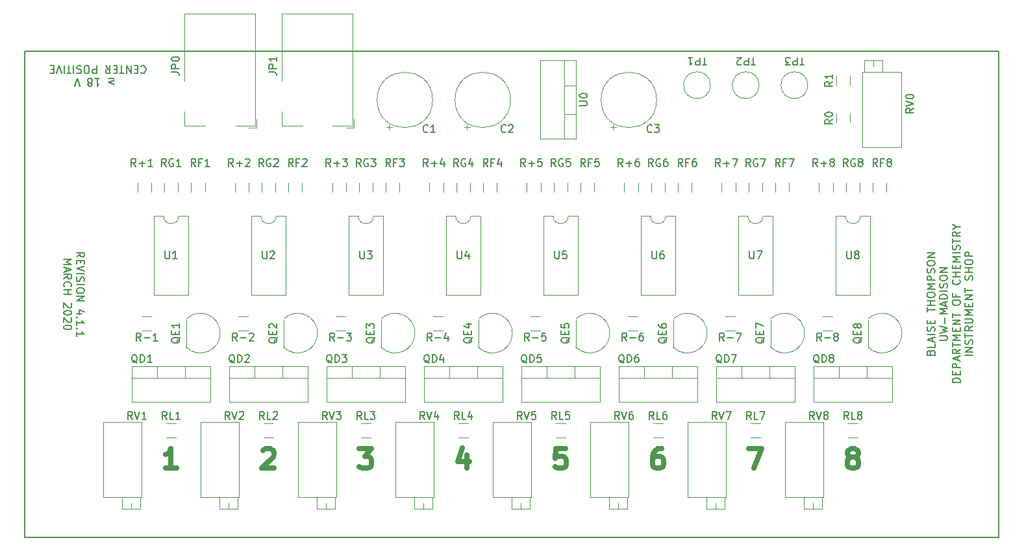
<source format=gbr>
From d03bfc5749f61af42055e4f8b514abd28649d2ec Mon Sep 17 00:00:00 2001
From: Blaise Thompson <blaise@untzag.com>
Date: Tue, 6 Apr 2021 16:58:22 -0500
Subject: organize

---
 galvanosyth/PCB/gerber/galvanosynth-F_SilkS.gbr | 4569 +++++++++++++++++++++++
 1 file changed, 4569 insertions(+)
 create mode 100644 galvanosyth/PCB/gerber/galvanosynth-F_SilkS.gbr

(limited to 'galvanosyth/PCB/gerber/galvanosynth-F_SilkS.gbr')

diff --git a/galvanosyth/PCB/gerber/galvanosynth-F_SilkS.gbr b/galvanosyth/PCB/gerber/galvanosynth-F_SilkS.gbr
new file mode 100644
index 0000000..9b72014
--- /dev/null
+++ b/galvanosyth/PCB/gerber/galvanosynth-F_SilkS.gbr
@@ -0,0 +1,4569 @@
+G04 #@! TF.GenerationSoftware,KiCad,Pcbnew,5.1.5+dfsg1-2*
+G04 #@! TF.CreationDate,2020-03-03T15:22:14-06:00*
+G04 #@! TF.ProjectId,galvanosynth,67616c76-616e-46f7-9379-6e74682e6b69,4.1.1*
+G04 #@! TF.SameCoordinates,Original*
+G04 #@! TF.FileFunction,Legend,Top*
+G04 #@! TF.FilePolarity,Positive*
+%FSLAX46Y46*%
+G04 Gerber Fmt 4.6, Leading zero omitted, Abs format (unit mm)*
+G04 Created by KiCad (PCBNEW 5.1.5+dfsg1-2) date 2020-03-03 15:22:14*
+%MOMM*%
+%LPD*%
+G04 APERTURE LIST*
+%ADD10C,0.150000*%
+%ADD11C,0.635000*%
+%ADD12C,0.120000*%
+G04 APERTURE END LIST*
+D10*
+X62467857Y-67095238D02*
+X61705952Y-67095238D01*
+X62467857Y-67285714D02*
+X61705952Y-67571428D01*
+X62467857Y-67857142D01*
+X59944047Y-67047619D02*
+X60515476Y-67047619D01*
+X60229761Y-67047619D02*
+X60229761Y-68047619D01*
+X60325000Y-67904761D01*
+X60420238Y-67809523D01*
+X60515476Y-67761904D01*
+X59372619Y-67619047D02*
+X59467857Y-67666666D01*
+X59515476Y-67714285D01*
+X59563095Y-67809523D01*
+X59563095Y-67857142D01*
+X59515476Y-67952380D01*
+X59467857Y-68000000D01*
+X59372619Y-68047619D01*
+X59182142Y-68047619D01*
+X59086904Y-68000000D01*
+X59039285Y-67952380D01*
+X58991666Y-67857142D01*
+X58991666Y-67809523D01*
+X59039285Y-67714285D01*
+X59086904Y-67666666D01*
+X59182142Y-67619047D01*
+X59372619Y-67619047D01*
+X59467857Y-67571428D01*
+X59515476Y-67523809D01*
+X59563095Y-67428571D01*
+X59563095Y-67238095D01*
+X59515476Y-67142857D01*
+X59467857Y-67095238D01*
+X59372619Y-67047619D01*
+X59182142Y-67047619D01*
+X59086904Y-67095238D01*
+X59039285Y-67142857D01*
+X58991666Y-67238095D01*
+X58991666Y-67428571D01*
+X59039285Y-67523809D01*
+X59086904Y-67571428D01*
+X59182142Y-67619047D01*
+X57944047Y-68047619D02*
+X57610714Y-67047619D01*
+X57277380Y-68047619D01*
+X65944047Y-65492857D02*
+X65991666Y-65445238D01*
+X66134523Y-65397619D01*
+X66229761Y-65397619D01*
+X66372619Y-65445238D01*
+X66467857Y-65540476D01*
+X66515476Y-65635714D01*
+X66563095Y-65826190D01*
+X66563095Y-65969047D01*
+X66515476Y-66159523D01*
+X66467857Y-66254761D01*
+X66372619Y-66350000D01*
+X66229761Y-66397619D01*
+X66134523Y-66397619D01*
+X65991666Y-66350000D01*
+X65944047Y-66302380D01*
+X65515476Y-65921428D02*
+X65182142Y-65921428D01*
+X65039285Y-65397619D02*
+X65515476Y-65397619D01*
+X65515476Y-66397619D01*
+X65039285Y-66397619D01*
+X64610714Y-65397619D02*
+X64610714Y-66397619D01*
+X64039285Y-65397619D01*
+X64039285Y-66397619D01*
+X63705952Y-66397619D02*
+X63134523Y-66397619D01*
+X63420238Y-65397619D02*
+X63420238Y-66397619D01*
+X62801190Y-65921428D02*
+X62467857Y-65921428D01*
+X62325000Y-65397619D02*
+X62801190Y-65397619D01*
+X62801190Y-66397619D01*
+X62325000Y-66397619D01*
+X61325000Y-65397619D02*
+X61658333Y-65873809D01*
+X61896428Y-65397619D02*
+X61896428Y-66397619D01*
+X61515476Y-66397619D01*
+X61420238Y-66350000D01*
+X61372619Y-66302380D01*
+X61325000Y-66207142D01*
+X61325000Y-66064285D01*
+X61372619Y-65969047D01*
+X61420238Y-65921428D01*
+X61515476Y-65873809D01*
+X61896428Y-65873809D01*
+X60134523Y-65397619D02*
+X60134523Y-66397619D01*
+X59753571Y-66397619D01*
+X59658333Y-66350000D01*
+X59610714Y-66302380D01*
+X59563095Y-66207142D01*
+X59563095Y-66064285D01*
+X59610714Y-65969047D01*
+X59658333Y-65921428D01*
+X59753571Y-65873809D01*
+X60134523Y-65873809D01*
+X58944047Y-66397619D02*
+X58753571Y-66397619D01*
+X58658333Y-66350000D01*
+X58563095Y-66254761D01*
+X58515476Y-66064285D01*
+X58515476Y-65730952D01*
+X58563095Y-65540476D01*
+X58658333Y-65445238D01*
+X58753571Y-65397619D01*
+X58944047Y-65397619D01*
+X59039285Y-65445238D01*
+X59134523Y-65540476D01*
+X59182142Y-65730952D01*
+X59182142Y-66064285D01*
+X59134523Y-66254761D01*
+X59039285Y-66350000D01*
+X58944047Y-66397619D01*
+X58134523Y-65445238D02*
+X57991666Y-65397619D01*
+X57753571Y-65397619D01*
+X57658333Y-65445238D01*
+X57610714Y-65492857D01*
+X57563095Y-65588095D01*
+X57563095Y-65683333D01*
+X57610714Y-65778571D01*
+X57658333Y-65826190D01*
+X57753571Y-65873809D01*
+X57944047Y-65921428D01*
+X58039285Y-65969047D01*
+X58086904Y-66016666D01*
+X58134523Y-66111904D01*
+X58134523Y-66207142D01*
+X58086904Y-66302380D01*
+X58039285Y-66350000D01*
+X57944047Y-66397619D01*
+X57705952Y-66397619D01*
+X57563095Y-66350000D01*
+X57134523Y-65397619D02*
+X57134523Y-66397619D01*
+X56801190Y-66397619D02*
+X56229761Y-66397619D01*
+X56515476Y-65397619D02*
+X56515476Y-66397619D01*
+X55896428Y-65397619D02*
+X55896428Y-66397619D01*
+X55563095Y-66397619D02*
+X55229761Y-65397619D01*
+X54896428Y-66397619D01*
+X54563095Y-65921428D02*
+X54229761Y-65921428D01*
+X54086904Y-65397619D02*
+X54563095Y-65397619D01*
+X54563095Y-66397619D01*
+X54086904Y-66397619D01*
+X168903571Y-102853333D02*
+X168951190Y-102710476D01*
+X168998809Y-102662857D01*
+X169094047Y-102615238D01*
+X169236904Y-102615238D01*
+X169332142Y-102662857D01*
+X169379761Y-102710476D01*
+X169427380Y-102805714D01*
+X169427380Y-103186666D01*
+X168427380Y-103186666D01*
+X168427380Y-102853333D01*
+X168475000Y-102758095D01*
+X168522619Y-102710476D01*
+X168617857Y-102662857D01*
+X168713095Y-102662857D01*
+X168808333Y-102710476D01*
+X168855952Y-102758095D01*
+X168903571Y-102853333D01*
+X168903571Y-103186666D01*
+X169427380Y-101710476D02*
+X169427380Y-102186666D01*
+X168427380Y-102186666D01*
+X169141666Y-101424761D02*
+X169141666Y-100948571D01*
+X169427380Y-101520000D02*
+X168427380Y-101186666D01*
+X169427380Y-100853333D01*
+X169427380Y-100520000D02*
+X168427380Y-100520000D01*
+X169379761Y-100091428D02*
+X169427380Y-99948571D01*
+X169427380Y-99710476D01*
+X169379761Y-99615238D01*
+X169332142Y-99567619D01*
+X169236904Y-99520000D01*
+X169141666Y-99520000D01*
+X169046428Y-99567619D01*
+X168998809Y-99615238D01*
+X168951190Y-99710476D01*
+X168903571Y-99900952D01*
+X168855952Y-99996190D01*
+X168808333Y-100043809D01*
+X168713095Y-100091428D01*
+X168617857Y-100091428D01*
+X168522619Y-100043809D01*
+X168475000Y-99996190D01*
+X168427380Y-99900952D01*
+X168427380Y-99662857D01*
+X168475000Y-99520000D01*
+X168903571Y-99091428D02*
+X168903571Y-98758095D01*
+X169427380Y-98615238D02*
+X169427380Y-99091428D01*
+X168427380Y-99091428D01*
+X168427380Y-98615238D01*
+X168427380Y-97567619D02*
+X168427380Y-96996190D01*
+X169427380Y-97281904D02*
+X168427380Y-97281904D01*
+X169427380Y-96662857D02*
+X168427380Y-96662857D01*
+X168903571Y-96662857D02*
+X168903571Y-96091428D01*
+X169427380Y-96091428D02*
+X168427380Y-96091428D01*
+X168427380Y-95424761D02*
+X168427380Y-95234285D01*
+X168475000Y-95139047D01*
+X168570238Y-95043809D01*
+X168760714Y-94996190D01*
+X169094047Y-94996190D01*
+X169284523Y-95043809D01*
+X169379761Y-95139047D01*
+X169427380Y-95234285D01*
+X169427380Y-95424761D01*
+X169379761Y-95520000D01*
+X169284523Y-95615238D01*
+X169094047Y-95662857D01*
+X168760714Y-95662857D01*
+X168570238Y-95615238D01*
+X168475000Y-95520000D01*
+X168427380Y-95424761D01*
+X169427380Y-94567619D02*
+X168427380Y-94567619D01*
+X169141666Y-94234285D01*
+X168427380Y-93900952D01*
+X169427380Y-93900952D01*
+X169427380Y-93424761D02*
+X168427380Y-93424761D01*
+X168427380Y-93043809D01*
+X168475000Y-92948571D01*
+X168522619Y-92900952D01*
+X168617857Y-92853333D01*
+X168760714Y-92853333D01*
+X168855952Y-92900952D01*
+X168903571Y-92948571D01*
+X168951190Y-93043809D01*
+X168951190Y-93424761D01*
+X169379761Y-92472380D02*
+X169427380Y-92329523D01*
+X169427380Y-92091428D01*
+X169379761Y-91996190D01*
+X169332142Y-91948571D01*
+X169236904Y-91900952D01*
+X169141666Y-91900952D01*
+X169046428Y-91948571D01*
+X168998809Y-91996190D01*
+X168951190Y-92091428D01*
+X168903571Y-92281904D01*
+X168855952Y-92377142D01*
+X168808333Y-92424761D01*
+X168713095Y-92472380D01*
+X168617857Y-92472380D01*
+X168522619Y-92424761D01*
+X168475000Y-92377142D01*
+X168427380Y-92281904D01*
+X168427380Y-92043809D01*
+X168475000Y-91900952D01*
+X168427380Y-91281904D02*
+X168427380Y-91091428D01*
+X168475000Y-90996190D01*
+X168570238Y-90900952D01*
+X168760714Y-90853333D01*
+X169094047Y-90853333D01*
+X169284523Y-90900952D01*
+X169379761Y-90996190D01*
+X169427380Y-91091428D01*
+X169427380Y-91281904D01*
+X169379761Y-91377142D01*
+X169284523Y-91472380D01*
+X169094047Y-91520000D01*
+X168760714Y-91520000D01*
+X168570238Y-91472380D01*
+X168475000Y-91377142D01*
+X168427380Y-91281904D01*
+X169427380Y-90424761D02*
+X168427380Y-90424761D01*
+X169427380Y-89853333D01*
+X168427380Y-89853333D01*
+X170077380Y-101258095D02*
+X170886904Y-101258095D01*
+X170982142Y-101210476D01*
+X171029761Y-101162857D01*
+X171077380Y-101067619D01*
+X171077380Y-100877142D01*
+X171029761Y-100781904D01*
+X170982142Y-100734285D01*
+X170886904Y-100686666D01*
+X170077380Y-100686666D01*
+X170077380Y-100305714D02*
+X171077380Y-100067619D01*
+X170363095Y-99877142D01*
+X171077380Y-99686666D01*
+X170077380Y-99448571D01*
+X170696428Y-99067619D02*
+X170696428Y-98305714D01*
+X171077380Y-97829523D02*
+X170077380Y-97829523D01*
+X170791666Y-97496190D01*
+X170077380Y-97162857D01*
+X171077380Y-97162857D01*
+X170791666Y-96734285D02*
+X170791666Y-96258095D01*
+X171077380Y-96829523D02*
+X170077380Y-96496190D01*
+X171077380Y-96162857D01*
+X171077380Y-95829523D02*
+X170077380Y-95829523D01*
+X170077380Y-95591428D01*
+X170125000Y-95448571D01*
+X170220238Y-95353333D01*
+X170315476Y-95305714D01*
+X170505952Y-95258095D01*
+X170648809Y-95258095D01*
+X170839285Y-95305714D01*
+X170934523Y-95353333D01*
+X171029761Y-95448571D01*
+X171077380Y-95591428D01*
+X171077380Y-95829523D01*
+X171077380Y-94829523D02*
+X170077380Y-94829523D01*
+X171029761Y-94400952D02*
+X171077380Y-94258095D01*
+X171077380Y-94020000D01*
+X171029761Y-93924761D01*
+X170982142Y-93877142D01*
+X170886904Y-93829523D01*
+X170791666Y-93829523D01*
+X170696428Y-93877142D01*
+X170648809Y-93924761D01*
+X170601190Y-94020000D01*
+X170553571Y-94210476D01*
+X170505952Y-94305714D01*
+X170458333Y-94353333D01*
+X170363095Y-94400952D01*
+X170267857Y-94400952D01*
+X170172619Y-94353333D01*
+X170125000Y-94305714D01*
+X170077380Y-94210476D01*
+X170077380Y-93972380D01*
+X170125000Y-93829523D01*
+X170077380Y-93210476D02*
+X170077380Y-93020000D01*
+X170125000Y-92924761D01*
+X170220238Y-92829523D01*
+X170410714Y-92781904D01*
+X170744047Y-92781904D01*
+X170934523Y-92829523D01*
+X171029761Y-92924761D01*
+X171077380Y-93020000D01*
+X171077380Y-93210476D01*
+X171029761Y-93305714D01*
+X170934523Y-93400952D01*
+X170744047Y-93448571D01*
+X170410714Y-93448571D01*
+X170220238Y-93400952D01*
+X170125000Y-93305714D01*
+X170077380Y-93210476D01*
+X171077380Y-92353333D02*
+X170077380Y-92353333D01*
+X171077380Y-91781904D01*
+X170077380Y-91781904D01*
+X172727380Y-106758095D02*
+X171727380Y-106758095D01*
+X171727380Y-106520000D01*
+X171775000Y-106377142D01*
+X171870238Y-106281904D01*
+X171965476Y-106234285D01*
+X172155952Y-106186666D01*
+X172298809Y-106186666D01*
+X172489285Y-106234285D01*
+X172584523Y-106281904D01*
+X172679761Y-106377142D01*
+X172727380Y-106520000D01*
+X172727380Y-106758095D01*
+X172203571Y-105758095D02*
+X172203571Y-105424761D01*
+X172727380Y-105281904D02*
+X172727380Y-105758095D01*
+X171727380Y-105758095D01*
+X171727380Y-105281904D01*
+X172727380Y-104853333D02*
+X171727380Y-104853333D01*
+X171727380Y-104472380D01*
+X171775000Y-104377142D01*
+X171822619Y-104329523D01*
+X171917857Y-104281904D01*
+X172060714Y-104281904D01*
+X172155952Y-104329523D01*
+X172203571Y-104377142D01*
+X172251190Y-104472380D01*
+X172251190Y-104853333D01*
+X172441666Y-103900952D02*
+X172441666Y-103424761D01*
+X172727380Y-103996190D02*
+X171727380Y-103662857D01*
+X172727380Y-103329523D01*
+X172727380Y-102424761D02*
+X172251190Y-102758095D01*
+X172727380Y-102996190D02*
+X171727380Y-102996190D01*
+X171727380Y-102615238D01*
+X171775000Y-102520000D01*
+X171822619Y-102472380D01*
+X171917857Y-102424761D01*
+X172060714Y-102424761D01*
+X172155952Y-102472380D01*
+X172203571Y-102520000D01*
+X172251190Y-102615238D01*
+X172251190Y-102996190D01*
+X171727380Y-102139047D02*
+X171727380Y-101567619D01*
+X172727380Y-101853333D02*
+X171727380Y-101853333D01*
+X172727380Y-101234285D02*
+X171727380Y-101234285D01*
+X172441666Y-100900952D01*
+X171727380Y-100567619D01*
+X172727380Y-100567619D01*
+X172203571Y-100091428D02*
+X172203571Y-99758095D01*
+X172727380Y-99615238D02*
+X172727380Y-100091428D01*
+X171727380Y-100091428D01*
+X171727380Y-99615238D01*
+X172727380Y-99186666D02*
+X171727380Y-99186666D01*
+X172727380Y-98615238D01*
+X171727380Y-98615238D01*
+X171727380Y-98281904D02*
+X171727380Y-97710476D01*
+X172727380Y-97996190D02*
+X171727380Y-97996190D01*
+X171727380Y-96424761D02*
+X171727380Y-96234285D01*
+X171775000Y-96139047D01*
+X171870238Y-96043809D01*
+X172060714Y-95996190D01*
+X172394047Y-95996190D01*
+X172584523Y-96043809D01*
+X172679761Y-96139047D01*
+X172727380Y-96234285D01*
+X172727380Y-96424761D01*
+X172679761Y-96520000D01*
+X172584523Y-96615238D01*
+X172394047Y-96662857D01*
+X172060714Y-96662857D01*
+X171870238Y-96615238D01*
+X171775000Y-96520000D01*
+X171727380Y-96424761D01*
+X172203571Y-95234285D02*
+X172203571Y-95567619D01*
+X172727380Y-95567619D02*
+X171727380Y-95567619D01*
+X171727380Y-95091428D01*
+X172632142Y-93377142D02*
+X172679761Y-93424761D01*
+X172727380Y-93567619D01*
+X172727380Y-93662857D01*
+X172679761Y-93805714D01*
+X172584523Y-93900952D01*
+X172489285Y-93948571D01*
+X172298809Y-93996190D01*
+X172155952Y-93996190D01*
+X171965476Y-93948571D01*
+X171870238Y-93900952D01*
+X171775000Y-93805714D01*
+X171727380Y-93662857D01*
+X171727380Y-93567619D01*
+X171775000Y-93424761D01*
+X171822619Y-93377142D01*
+X172727380Y-92948571D02*
+X171727380Y-92948571D01*
+X172203571Y-92948571D02*
+X172203571Y-92377142D01*
+X172727380Y-92377142D02*
+X171727380Y-92377142D01*
+X172203571Y-91900952D02*
+X172203571Y-91567619D01*
+X172727380Y-91424761D02*
+X172727380Y-91900952D01*
+X171727380Y-91900952D01*
+X171727380Y-91424761D01*
+X172727380Y-90996190D02*
+X171727380Y-90996190D01*
+X172441666Y-90662857D01*
+X171727380Y-90329523D01*
+X172727380Y-90329523D01*
+X172727380Y-89853333D02*
+X171727380Y-89853333D01*
+X172679761Y-89424761D02*
+X172727380Y-89281904D01*
+X172727380Y-89043809D01*
+X172679761Y-88948571D01*
+X172632142Y-88900952D01*
+X172536904Y-88853333D01*
+X172441666Y-88853333D01*
+X172346428Y-88900952D01*
+X172298809Y-88948571D01*
+X172251190Y-89043809D01*
+X172203571Y-89234285D01*
+X172155952Y-89329523D01*
+X172108333Y-89377142D01*
+X172013095Y-89424761D01*
+X171917857Y-89424761D01*
+X171822619Y-89377142D01*
+X171775000Y-89329523D01*
+X171727380Y-89234285D01*
+X171727380Y-88996190D01*
+X171775000Y-88853333D01*
+X171727380Y-88567619D02*
+X171727380Y-87996190D01*
+X172727380Y-88281904D02*
+X171727380Y-88281904D01*
+X172727380Y-87091428D02*
+X172251190Y-87424761D01*
+X172727380Y-87662857D02*
+X171727380Y-87662857D01*
+X171727380Y-87281904D01*
+X171775000Y-87186666D01*
+X171822619Y-87139047D01*
+X171917857Y-87091428D01*
+X172060714Y-87091428D01*
+X172155952Y-87139047D01*
+X172203571Y-87186666D01*
+X172251190Y-87281904D01*
+X172251190Y-87662857D01*
+X172251190Y-86472380D02*
+X172727380Y-86472380D01*
+X171727380Y-86805714D02*
+X172251190Y-86472380D01*
+X171727380Y-86139047D01*
+X174377380Y-103258095D02*
+X173377380Y-103258095D01*
+X174377380Y-102781904D02*
+X173377380Y-102781904D01*
+X174377380Y-102210476D01*
+X173377380Y-102210476D01*
+X174329761Y-101781904D02*
+X174377380Y-101639047D01*
+X174377380Y-101400952D01*
+X174329761Y-101305714D01*
+X174282142Y-101258095D01*
+X174186904Y-101210476D01*
+X174091666Y-101210476D01*
+X173996428Y-101258095D01*
+X173948809Y-101305714D01*
+X173901190Y-101400952D01*
+X173853571Y-101591428D01*
+X173805952Y-101686666D01*
+X173758333Y-101734285D01*
+X173663095Y-101781904D01*
+X173567857Y-101781904D01*
+X173472619Y-101734285D01*
+X173425000Y-101686666D01*
+X173377380Y-101591428D01*
+X173377380Y-101353333D01*
+X173425000Y-101210476D01*
+X173377380Y-100924761D02*
+X173377380Y-100353333D01*
+X174377380Y-100639047D02*
+X173377380Y-100639047D01*
+X174377380Y-99448571D02*
+X173901190Y-99781904D01*
+X174377380Y-100020000D02*
+X173377380Y-100020000D01*
+X173377380Y-99639047D01*
+X173425000Y-99543809D01*
+X173472619Y-99496190D01*
+X173567857Y-99448571D01*
+X173710714Y-99448571D01*
+X173805952Y-99496190D01*
+X173853571Y-99543809D01*
+X173901190Y-99639047D01*
+X173901190Y-100020000D01*
+X173377380Y-99020000D02*
+X174186904Y-99020000D01*
+X174282142Y-98972380D01*
+X174329761Y-98924761D01*
+X174377380Y-98829523D01*
+X174377380Y-98639047D01*
+X174329761Y-98543809D01*
+X174282142Y-98496190D01*
+X174186904Y-98448571D01*
+X173377380Y-98448571D01*
+X174377380Y-97972380D02*
+X173377380Y-97972380D01*
+X174091666Y-97639047D01*
+X173377380Y-97305714D01*
+X174377380Y-97305714D01*
+X173853571Y-96829523D02*
+X173853571Y-96496190D01*
+X174377380Y-96353333D02*
+X174377380Y-96829523D01*
+X173377380Y-96829523D01*
+X173377380Y-96353333D01*
+X174377380Y-95924761D02*
+X173377380Y-95924761D01*
+X174377380Y-95353333D01*
+X173377380Y-95353333D01*
+X173377380Y-95020000D02*
+X173377380Y-94448571D01*
+X174377380Y-94734285D02*
+X173377380Y-94734285D01*
+X174329761Y-93400952D02*
+X174377380Y-93258095D01*
+X174377380Y-93020000D01*
+X174329761Y-92924761D01*
+X174282142Y-92877142D01*
+X174186904Y-92829523D01*
+X174091666Y-92829523D01*
+X173996428Y-92877142D01*
+X173948809Y-92924761D01*
+X173901190Y-93020000D01*
+X173853571Y-93210476D01*
+X173805952Y-93305714D01*
+X173758333Y-93353333D01*
+X173663095Y-93400952D01*
+X173567857Y-93400952D01*
+X173472619Y-93353333D01*
+X173425000Y-93305714D01*
+X173377380Y-93210476D01*
+X173377380Y-92972380D01*
+X173425000Y-92829523D01*
+X174377380Y-92400952D02*
+X173377380Y-92400952D01*
+X173853571Y-92400952D02*
+X173853571Y-91829523D01*
+X174377380Y-91829523D02*
+X173377380Y-91829523D01*
+X173377380Y-91162857D02*
+X173377380Y-90972380D01*
+X173425000Y-90877142D01*
+X173520238Y-90781904D01*
+X173710714Y-90734285D01*
+X174044047Y-90734285D01*
+X174234523Y-90781904D01*
+X174329761Y-90877142D01*
+X174377380Y-90972380D01*
+X174377380Y-91162857D01*
+X174329761Y-91258095D01*
+X174234523Y-91353333D01*
+X174044047Y-91400952D01*
+X173710714Y-91400952D01*
+X173520238Y-91353333D01*
+X173425000Y-91258095D01*
+X173377380Y-91162857D01*
+X174377380Y-90305714D02*
+X173377380Y-90305714D01*
+X173377380Y-89924761D01*
+X173425000Y-89829523D01*
+X173472619Y-89781904D01*
+X173567857Y-89734285D01*
+X173710714Y-89734285D01*
+X173805952Y-89781904D01*
+X173853571Y-89829523D01*
+X173901190Y-89924761D01*
+X173901190Y-90305714D01*
+X57522619Y-90392857D02*
+X57998809Y-90059523D01*
+X57522619Y-89821428D02*
+X58522619Y-89821428D01*
+X58522619Y-90202380D01*
+X58475000Y-90297619D01*
+X58427380Y-90345238D01*
+X58332142Y-90392857D01*
+X58189285Y-90392857D01*
+X58094047Y-90345238D01*
+X58046428Y-90297619D01*
+X57998809Y-90202380D01*
+X57998809Y-89821428D01*
+X58046428Y-90821428D02*
+X58046428Y-91154761D01*
+X57522619Y-91297619D02*
+X57522619Y-90821428D01*
+X58522619Y-90821428D01*
+X58522619Y-91297619D01*
+X58522619Y-91583333D02*
+X57522619Y-91916666D01*
+X58522619Y-92250000D01*
+X57522619Y-92583333D02*
+X58522619Y-92583333D01*
+X57570238Y-93011904D02*
+X57522619Y-93154761D01*
+X57522619Y-93392857D01*
+X57570238Y-93488095D01*
+X57617857Y-93535714D01*
+X57713095Y-93583333D01*
+X57808333Y-93583333D01*
+X57903571Y-93535714D01*
+X57951190Y-93488095D01*
+X57998809Y-93392857D01*
+X58046428Y-93202380D01*
+X58094047Y-93107142D01*
+X58141666Y-93059523D01*
+X58236904Y-93011904D01*
+X58332142Y-93011904D01*
+X58427380Y-93059523D01*
+X58475000Y-93107142D01*
+X58522619Y-93202380D01*
+X58522619Y-93440476D01*
+X58475000Y-93583333D01*
+X57522619Y-94011904D02*
+X58522619Y-94011904D01*
+X58522619Y-94678571D02*
+X58522619Y-94869047D01*
+X58475000Y-94964285D01*
+X58379761Y-95059523D01*
+X58189285Y-95107142D01*
+X57855952Y-95107142D01*
+X57665476Y-95059523D01*
+X57570238Y-94964285D01*
+X57522619Y-94869047D01*
+X57522619Y-94678571D01*
+X57570238Y-94583333D01*
+X57665476Y-94488095D01*
+X57855952Y-94440476D01*
+X58189285Y-94440476D01*
+X58379761Y-94488095D01*
+X58475000Y-94583333D01*
+X58522619Y-94678571D01*
+X57522619Y-95535714D02*
+X58522619Y-95535714D01*
+X57522619Y-96107142D01*
+X58522619Y-96107142D01*
+X58189285Y-97773809D02*
+X57522619Y-97773809D01*
+X58570238Y-97535714D02*
+X57855952Y-97297619D01*
+X57855952Y-97916666D01*
+X57617857Y-98297619D02*
+X57570238Y-98345238D01*
+X57522619Y-98297619D01*
+X57570238Y-98250000D01*
+X57617857Y-98297619D01*
+X57522619Y-98297619D01*
+X57522619Y-99297619D02*
+X57522619Y-98726190D01*
+X57522619Y-99011904D02*
+X58522619Y-99011904D01*
+X58379761Y-98916666D01*
+X58284523Y-98821428D01*
+X58236904Y-98726190D01*
+X57617857Y-99726190D02*
+X57570238Y-99773809D01*
+X57522619Y-99726190D01*
+X57570238Y-99678571D01*
+X57617857Y-99726190D01*
+X57522619Y-99726190D01*
+X57522619Y-100726190D02*
+X57522619Y-100154761D01*
+X57522619Y-100440476D02*
+X58522619Y-100440476D01*
+X58379761Y-100345238D01*
+X58284523Y-100250000D01*
+X58236904Y-100154761D01*
+X55872619Y-90678571D02*
+X56872619Y-90678571D01*
+X56158333Y-91011904D01*
+X56872619Y-91345238D01*
+X55872619Y-91345238D01*
+X56158333Y-91773809D02*
+X56158333Y-92250000D01*
+X55872619Y-91678571D02*
+X56872619Y-92011904D01*
+X55872619Y-92345238D01*
+X55872619Y-93250000D02*
+X56348809Y-92916666D01*
+X55872619Y-92678571D02*
+X56872619Y-92678571D01*
+X56872619Y-93059523D01*
+X56825000Y-93154761D01*
+X56777380Y-93202380D01*
+X56682142Y-93250000D01*
+X56539285Y-93250000D01*
+X56444047Y-93202380D01*
+X56396428Y-93154761D01*
+X56348809Y-93059523D01*
+X56348809Y-92678571D01*
+X55967857Y-94250000D02*
+X55920238Y-94202380D01*
+X55872619Y-94059523D01*
+X55872619Y-93964285D01*
+X55920238Y-93821428D01*
+X56015476Y-93726190D01*
+X56110714Y-93678571D01*
+X56301190Y-93630952D01*
+X56444047Y-93630952D01*
+X56634523Y-93678571D01*
+X56729761Y-93726190D01*
+X56825000Y-93821428D01*
+X56872619Y-93964285D01*
+X56872619Y-94059523D01*
+X56825000Y-94202380D01*
+X56777380Y-94250000D01*
+X55872619Y-94678571D02*
+X56872619Y-94678571D01*
+X56396428Y-94678571D02*
+X56396428Y-95250000D01*
+X55872619Y-95250000D02*
+X56872619Y-95250000D01*
+X56777380Y-96440476D02*
+X56825000Y-96488095D01*
+X56872619Y-96583333D01*
+X56872619Y-96821428D01*
+X56825000Y-96916666D01*
+X56777380Y-96964285D01*
+X56682142Y-97011904D01*
+X56586904Y-97011904D01*
+X56444047Y-96964285D01*
+X55872619Y-96392857D01*
+X55872619Y-97011904D01*
+X56872619Y-97630952D02*
+X56872619Y-97726190D01*
+X56825000Y-97821428D01*
+X56777380Y-97869047D01*
+X56682142Y-97916666D01*
+X56491666Y-97964285D01*
+X56253571Y-97964285D01*
+X56063095Y-97916666D01*
+X55967857Y-97869047D01*
+X55920238Y-97821428D01*
+X55872619Y-97726190D01*
+X55872619Y-97630952D01*
+X55920238Y-97535714D01*
+X55967857Y-97488095D01*
+X56063095Y-97440476D01*
+X56253571Y-97392857D01*
+X56491666Y-97392857D01*
+X56682142Y-97440476D01*
+X56777380Y-97488095D01*
+X56825000Y-97535714D01*
+X56872619Y-97630952D01*
+X56777380Y-98345238D02*
+X56825000Y-98392857D01*
+X56872619Y-98488095D01*
+X56872619Y-98726190D01*
+X56825000Y-98821428D01*
+X56777380Y-98869047D01*
+X56682142Y-98916666D01*
+X56586904Y-98916666D01*
+X56444047Y-98869047D01*
+X55872619Y-98297619D01*
+X55872619Y-98916666D01*
+X56872619Y-99535714D02*
+X56872619Y-99630952D01*
+X56825000Y-99726190D01*
+X56777380Y-99773809D01*
+X56682142Y-99821428D01*
+X56491666Y-99869047D01*
+X56253571Y-99869047D01*
+X56063095Y-99821428D01*
+X55967857Y-99773809D01*
+X55920238Y-99726190D01*
+X55872619Y-99630952D01*
+X55872619Y-99535714D01*
+X55920238Y-99440476D01*
+X55967857Y-99392857D01*
+X56063095Y-99345238D01*
+X56253571Y-99297619D01*
+X56491666Y-99297619D01*
+X56682142Y-99345238D01*
+X56777380Y-99392857D01*
+X56825000Y-99440476D01*
+X56872619Y-99535714D01*
+D11*
+X158508095Y-116537619D02*
+X158266190Y-116416666D01*
+X158145238Y-116295714D01*
+X158024285Y-116053809D01*
+X158024285Y-115932857D01*
+X158145238Y-115690952D01*
+X158266190Y-115570000D01*
+X158508095Y-115449047D01*
+X158991904Y-115449047D01*
+X159233809Y-115570000D01*
+X159354761Y-115690952D01*
+X159475714Y-115932857D01*
+X159475714Y-116053809D01*
+X159354761Y-116295714D01*
+X159233809Y-116416666D01*
+X158991904Y-116537619D01*
+X158508095Y-116537619D01*
+X158266190Y-116658571D01*
+X158145238Y-116779523D01*
+X158024285Y-117021428D01*
+X158024285Y-117505238D01*
+X158145238Y-117747142D01*
+X158266190Y-117868095D01*
+X158508095Y-117989047D01*
+X158991904Y-117989047D01*
+X159233809Y-117868095D01*
+X159354761Y-117747142D01*
+X159475714Y-117505238D01*
+X159475714Y-117021428D01*
+X159354761Y-116779523D01*
+X159233809Y-116658571D01*
+X158991904Y-116537619D01*
+X145203333Y-115449047D02*
+X146896666Y-115449047D01*
+X145808095Y-117989047D01*
+X133833809Y-115449047D02*
+X133350000Y-115449047D01*
+X133108095Y-115570000D01*
+X132987142Y-115690952D01*
+X132745238Y-116053809D01*
+X132624285Y-116537619D01*
+X132624285Y-117505238D01*
+X132745238Y-117747142D01*
+X132866190Y-117868095D01*
+X133108095Y-117989047D01*
+X133591904Y-117989047D01*
+X133833809Y-117868095D01*
+X133954761Y-117747142D01*
+X134075714Y-117505238D01*
+X134075714Y-116900476D01*
+X133954761Y-116658571D01*
+X133833809Y-116537619D01*
+X133591904Y-116416666D01*
+X133108095Y-116416666D01*
+X132866190Y-116537619D01*
+X132745238Y-116658571D01*
+X132624285Y-116900476D01*
+X121254761Y-115449047D02*
+X120045238Y-115449047D01*
+X119924285Y-116658571D01*
+X120045238Y-116537619D01*
+X120287142Y-116416666D01*
+X120891904Y-116416666D01*
+X121133809Y-116537619D01*
+X121254761Y-116658571D01*
+X121375714Y-116900476D01*
+X121375714Y-117505238D01*
+X121254761Y-117747142D01*
+X121133809Y-117868095D01*
+X120891904Y-117989047D01*
+X120287142Y-117989047D01*
+X120045238Y-117868095D01*
+X119924285Y-117747142D01*
+X81824285Y-115690952D02*
+X81945238Y-115570000D01*
+X82187142Y-115449047D01*
+X82791904Y-115449047D01*
+X83033809Y-115570000D01*
+X83154761Y-115690952D01*
+X83275714Y-115932857D01*
+X83275714Y-116174761D01*
+X83154761Y-116537619D01*
+X81703333Y-117989047D01*
+X83275714Y-117989047D01*
+X108433809Y-116295714D02*
+X108433809Y-117989047D01*
+X107829047Y-115328095D02*
+X107224285Y-117142380D01*
+X108796666Y-117142380D01*
+X94403333Y-115449047D02*
+X95975714Y-115449047D01*
+X95129047Y-116416666D01*
+X95491904Y-116416666D01*
+X95733809Y-116537619D01*
+X95854761Y-116658571D01*
+X95975714Y-116900476D01*
+X95975714Y-117505238D01*
+X95854761Y-117747142D01*
+X95733809Y-117868095D01*
+X95491904Y-117989047D01*
+X94766190Y-117989047D01*
+X94524285Y-117868095D01*
+X94403333Y-117747142D01*
+X70575714Y-117989047D02*
+X69124285Y-117989047D01*
+X69850000Y-117989047D02*
+X69850000Y-115449047D01*
+X69608095Y-115811904D01*
+X69366190Y-116053809D01*
+X69124285Y-116174761D01*
+D10*
+X50800000Y-127000000D02*
+X177800000Y-127000000D01*
+X50800000Y-63500000D02*
+X177800000Y-63500000D01*
+X50800000Y-127000000D02*
+X50800000Y-63500000D01*
+X177800000Y-127000000D02*
+X177800000Y-63500000D01*
+D12*
+X140850000Y-123245000D02*
+X140850000Y-122486000D01*
+X139635000Y-121726000D02*
+X142065000Y-121726000D01*
+X139635000Y-123245000D02*
+X142065000Y-123245000D01*
+X142065000Y-123245000D02*
+X142065000Y-121726000D01*
+X139635000Y-123245000D02*
+X139635000Y-121726000D01*
+X137170000Y-111955000D02*
+X142240000Y-111955000D01*
+X137170000Y-121725000D02*
+X142240000Y-121725000D01*
+X142240000Y-121725000D02*
+X142240000Y-111955000D01*
+X137170000Y-121725000D02*
+X137170000Y-111955000D01*
+X159352064Y-112120000D02*
+X158147936Y-112120000D01*
+X159352064Y-113940000D02*
+X158147936Y-113940000D01*
+X146652064Y-112120000D02*
+X145447936Y-112120000D01*
+X146652064Y-113940000D02*
+X145447936Y-113940000D01*
+X133952064Y-112120000D02*
+X132747936Y-112120000D01*
+X133952064Y-113940000D02*
+X132747936Y-113940000D01*
+X121252064Y-112120000D02*
+X120047936Y-112120000D01*
+X121252064Y-113940000D02*
+X120047936Y-113940000D01*
+X108552064Y-112120000D02*
+X107347936Y-112120000D01*
+X108552064Y-113940000D02*
+X107347936Y-113940000D01*
+X95852064Y-112120000D02*
+X94647936Y-112120000D01*
+X95852064Y-113940000D02*
+X94647936Y-113940000D01*
+X83152064Y-112120000D02*
+X81947936Y-112120000D01*
+X83152064Y-113940000D02*
+X81947936Y-113940000D01*
+X70452064Y-112120000D02*
+X69247936Y-112120000D01*
+X70452064Y-113940000D02*
+X69247936Y-113940000D01*
+X158390000Y-67912064D02*
+X158390000Y-66707936D01*
+X156570000Y-67912064D02*
+X156570000Y-66707936D01*
+X158390000Y-72862064D02*
+X158390000Y-71657936D01*
+X156570000Y-72862064D02*
+X156570000Y-71657936D01*
+X152880000Y-67945000D02*
+G75*
+G03X152880000Y-67945000I-1750000J0D01*
+G01*
+X159660000Y-81882064D02*
+X159660000Y-80677936D01*
+X157840000Y-81882064D02*
+X157840000Y-80677936D01*
+X146960000Y-81882064D02*
+X146960000Y-80677936D01*
+X145140000Y-81882064D02*
+X145140000Y-80677936D01*
+X134260000Y-81882064D02*
+X134260000Y-80677936D01*
+X132440000Y-81882064D02*
+X132440000Y-80677936D01*
+X121560000Y-81882064D02*
+X121560000Y-80677936D01*
+X119740000Y-81882064D02*
+X119740000Y-80677936D01*
+X108860000Y-81882064D02*
+X108860000Y-80677936D01*
+X107040000Y-81882064D02*
+X107040000Y-80677936D01*
+X96160000Y-81882064D02*
+X96160000Y-80677936D01*
+X94340000Y-81882064D02*
+X94340000Y-80677936D01*
+X83460000Y-81882064D02*
+X83460000Y-80677936D01*
+X81640000Y-81882064D02*
+X81640000Y-80677936D01*
+X70760000Y-81882064D02*
+X70760000Y-80677936D01*
+X68940000Y-81882064D02*
+X68940000Y-80677936D01*
+X163137500Y-81882064D02*
+X163137500Y-80677936D01*
+X161317500Y-81882064D02*
+X161317500Y-80677936D01*
+X150437500Y-81882064D02*
+X150437500Y-80677936D01*
+X148617500Y-81882064D02*
+X148617500Y-80677936D01*
+X137737500Y-81882064D02*
+X137737500Y-80677936D01*
+X135917500Y-81882064D02*
+X135917500Y-80677936D01*
+X125037500Y-81882064D02*
+X125037500Y-80677936D01*
+X123217500Y-81882064D02*
+X123217500Y-80677936D01*
+X112337500Y-81882064D02*
+X112337500Y-80677936D01*
+X110517500Y-81882064D02*
+X110517500Y-80677936D01*
+X99637500Y-81882064D02*
+X99637500Y-80677936D01*
+X97817500Y-81882064D02*
+X97817500Y-80677936D01*
+X86937500Y-81882064D02*
+X86937500Y-80677936D01*
+X85117500Y-81882064D02*
+X85117500Y-80677936D01*
+X74267500Y-81882064D02*
+X74267500Y-80677936D01*
+X72447500Y-81882064D02*
+X72447500Y-80677936D01*
+X156047064Y-98150000D02*
+X154842936Y-98150000D01*
+X156047064Y-99970000D02*
+X154842936Y-99970000D01*
+X143347064Y-98150000D02*
+X142142936Y-98150000D01*
+X143347064Y-99970000D02*
+X142142936Y-99970000D01*
+X130647064Y-98150000D02*
+X129442936Y-98150000D01*
+X130647064Y-99970000D02*
+X129442936Y-99970000D01*
+X117947064Y-98150000D02*
+X116742936Y-98150000D01*
+X117947064Y-99970000D02*
+X116742936Y-99970000D01*
+X105247064Y-98150000D02*
+X104042936Y-98150000D01*
+X105247064Y-99970000D02*
+X104042936Y-99970000D01*
+X92547064Y-98150000D02*
+X91342936Y-98150000D01*
+X92547064Y-99970000D02*
+X91342936Y-99970000D01*
+X79847064Y-98150000D02*
+X78642936Y-98150000D01*
+X79847064Y-99970000D02*
+X78642936Y-99970000D01*
+X67277064Y-98150000D02*
+X66072936Y-98150000D01*
+X67277064Y-99970000D02*
+X66072936Y-99970000D01*
+X154332500Y-80677936D02*
+X154332500Y-81882064D01*
+X156152500Y-80677936D02*
+X156152500Y-81882064D01*
+X141632500Y-80677936D02*
+X141632500Y-81882064D01*
+X143452500Y-80677936D02*
+X143452500Y-81882064D01*
+X128932500Y-80677936D02*
+X128932500Y-81882064D01*
+X130752500Y-80677936D02*
+X130752500Y-81882064D01*
+X116232500Y-80677936D02*
+X116232500Y-81882064D01*
+X118052500Y-80677936D02*
+X118052500Y-81882064D01*
+X103532500Y-80677936D02*
+X103532500Y-81882064D01*
+X105352500Y-80677936D02*
+X105352500Y-81882064D01*
+X90862500Y-80677936D02*
+X90862500Y-81882064D01*
+X92682500Y-80677936D02*
+X92682500Y-81882064D01*
+X78162500Y-80677936D02*
+X78162500Y-81882064D01*
+X79982500Y-80677936D02*
+X79982500Y-81882064D01*
+X65462500Y-80677936D02*
+X65462500Y-81882064D01*
+X67282500Y-80677936D02*
+X67282500Y-81882064D01*
+X93500000Y-73290000D02*
+X90900000Y-73290000D01*
+X93500000Y-58590000D02*
+X93500000Y-73290000D01*
+X84300000Y-73290000D02*
+X84300000Y-71390000D01*
+X87000000Y-73290000D02*
+X84300000Y-73290000D01*
+X84300000Y-58590000D02*
+X93500000Y-58590000D01*
+X84300000Y-67390000D02*
+X84300000Y-58590000D01*
+X93700000Y-72440000D02*
+X93700000Y-73490000D01*
+X92650000Y-73490000D02*
+X93700000Y-73490000D01*
+X80800000Y-73290000D02*
+X78200000Y-73290000D01*
+X80800000Y-58590000D02*
+X80800000Y-73290000D01*
+X71600000Y-73290000D02*
+X71600000Y-71390000D01*
+X74300000Y-73290000D02*
+X71600000Y-73290000D01*
+X71600000Y-58590000D02*
+X80800000Y-58590000D01*
+X71600000Y-67390000D02*
+X71600000Y-58590000D01*
+X81000000Y-72440000D02*
+X81000000Y-73490000D01*
+X79950000Y-73490000D02*
+X81000000Y-73490000D01*
+X77350000Y-123245000D02*
+X77350000Y-122486000D01*
+X76135000Y-121726000D02*
+X78565000Y-121726000D01*
+X76135000Y-123245000D02*
+X78565000Y-123245000D01*
+X78565000Y-123245000D02*
+X78565000Y-121726000D01*
+X76135000Y-123245000D02*
+X76135000Y-121726000D01*
+X73670000Y-111955000D02*
+X78740000Y-111955000D01*
+X73670000Y-121725000D02*
+X78740000Y-121725000D01*
+X78740000Y-121725000D02*
+X78740000Y-111955000D01*
+X73670000Y-121725000D02*
+X73670000Y-111955000D01*
+X110200000Y-85030000D02*
+X108950000Y-85030000D01*
+X110200000Y-95310000D02*
+X110200000Y-85030000D01*
+X105700000Y-95310000D02*
+X110200000Y-95310000D01*
+X105700000Y-85030000D02*
+X105700000Y-95310000D01*
+X106950000Y-85030000D02*
+X105700000Y-85030000D01*
+X108950000Y-85030000D02*
+G75*
+G02X106950000Y-85030000I-1000000J0D01*
+G01*
+X97500000Y-85030000D02*
+X96250000Y-85030000D01*
+X97500000Y-95310000D02*
+X97500000Y-85030000D01*
+X93000000Y-95310000D02*
+X97500000Y-95310000D01*
+X93000000Y-85030000D02*
+X93000000Y-95310000D01*
+X94250000Y-85030000D02*
+X93000000Y-85030000D01*
+X96250000Y-85030000D02*
+G75*
+G02X94250000Y-85030000I-1000000J0D01*
+G01*
+X122900000Y-85030000D02*
+X121650000Y-85030000D01*
+X122900000Y-95310000D02*
+X122900000Y-85030000D01*
+X118400000Y-95310000D02*
+X122900000Y-95310000D01*
+X118400000Y-85030000D02*
+X118400000Y-95310000D01*
+X119650000Y-85030000D02*
+X118400000Y-85030000D01*
+X121650000Y-85030000D02*
+G75*
+G02X119650000Y-85030000I-1000000J0D01*
+G01*
+X161000000Y-85030000D02*
+X159750000Y-85030000D01*
+X161000000Y-95310000D02*
+X161000000Y-85030000D01*
+X156500000Y-95310000D02*
+X161000000Y-95310000D01*
+X156500000Y-85030000D02*
+X156500000Y-95310000D01*
+X157750000Y-85030000D02*
+X156500000Y-85030000D01*
+X159750000Y-85030000D02*
+G75*
+G02X157750000Y-85030000I-1000000J0D01*
+G01*
+X148300000Y-85030000D02*
+X147050000Y-85030000D01*
+X148300000Y-95310000D02*
+X148300000Y-85030000D01*
+X143800000Y-95310000D02*
+X148300000Y-95310000D01*
+X143800000Y-85030000D02*
+X143800000Y-95310000D01*
+X145050000Y-85030000D02*
+X143800000Y-85030000D01*
+X147050000Y-85030000D02*
+G75*
+G02X145050000Y-85030000I-1000000J0D01*
+G01*
+X135600000Y-85030000D02*
+X134350000Y-85030000D01*
+X135600000Y-95310000D02*
+X135600000Y-85030000D01*
+X131100000Y-95310000D02*
+X135600000Y-95310000D01*
+X131100000Y-85030000D02*
+X131100000Y-95310000D01*
+X132350000Y-85030000D02*
+X131100000Y-85030000D01*
+X134350000Y-85030000D02*
+G75*
+G02X132350000Y-85030000I-1000000J0D01*
+G01*
+X84800000Y-85030000D02*
+X83550000Y-85030000D01*
+X84800000Y-95310000D02*
+X84800000Y-85030000D01*
+X80300000Y-95310000D02*
+X84800000Y-95310000D01*
+X80300000Y-85030000D02*
+X80300000Y-95310000D01*
+X81550000Y-85030000D02*
+X80300000Y-85030000D01*
+X83550000Y-85030000D02*
+G75*
+G02X81550000Y-85030000I-1000000J0D01*
+G01*
+X72100000Y-85030000D02*
+X70850000Y-85030000D01*
+X72100000Y-95310000D02*
+X72100000Y-85030000D01*
+X67600000Y-95310000D02*
+X72100000Y-95310000D01*
+X67600000Y-85030000D02*
+X67600000Y-95310000D01*
+X68850000Y-85030000D02*
+X67600000Y-85030000D01*
+X70850000Y-85030000D02*
+G75*
+G02X68850000Y-85030000I-1000000J0D01*
+G01*
+X102750000Y-123245000D02*
+X102750000Y-122486000D01*
+X101535000Y-121726000D02*
+X103965000Y-121726000D01*
+X101535000Y-123245000D02*
+X103965000Y-123245000D01*
+X103965000Y-123245000D02*
+X103965000Y-121726000D01*
+X101535000Y-123245000D02*
+X101535000Y-121726000D01*
+X99070000Y-111955000D02*
+X104140000Y-111955000D01*
+X99070000Y-121725000D02*
+X104140000Y-121725000D01*
+X104140000Y-121725000D02*
+X104140000Y-111955000D01*
+X99070000Y-121725000D02*
+X99070000Y-111955000D01*
+X90050000Y-123245000D02*
+X90050000Y-122486000D01*
+X88835000Y-121726000D02*
+X91265000Y-121726000D01*
+X88835000Y-123245000D02*
+X91265000Y-123245000D01*
+X91265000Y-123245000D02*
+X91265000Y-121726000D01*
+X88835000Y-123245000D02*
+X88835000Y-121726000D01*
+X86370000Y-111955000D02*
+X91440000Y-111955000D01*
+X86370000Y-121725000D02*
+X91440000Y-121725000D01*
+X91440000Y-121725000D02*
+X91440000Y-111955000D01*
+X86370000Y-121725000D02*
+X86370000Y-111955000D01*
+X115450000Y-123245000D02*
+X115450000Y-122486000D01*
+X114235000Y-121726000D02*
+X116665000Y-121726000D01*
+X114235000Y-123245000D02*
+X116665000Y-123245000D01*
+X116665000Y-123245000D02*
+X116665000Y-121726000D01*
+X114235000Y-123245000D02*
+X114235000Y-121726000D01*
+X111770000Y-111955000D02*
+X116840000Y-111955000D01*
+X111770000Y-121725000D02*
+X116840000Y-121725000D01*
+X116840000Y-121725000D02*
+X116840000Y-111955000D01*
+X111770000Y-121725000D02*
+X111770000Y-111955000D01*
+X153550000Y-123245000D02*
+X153550000Y-122486000D01*
+X152335000Y-121726000D02*
+X154765000Y-121726000D01*
+X152335000Y-123245000D02*
+X154765000Y-123245000D01*
+X154765000Y-123245000D02*
+X154765000Y-121726000D01*
+X152335000Y-123245000D02*
+X152335000Y-121726000D01*
+X149870000Y-111955000D02*
+X154940000Y-111955000D01*
+X149870000Y-121725000D02*
+X154940000Y-121725000D01*
+X154940000Y-121725000D02*
+X154940000Y-111955000D01*
+X149870000Y-121725000D02*
+X149870000Y-111955000D01*
+X128150000Y-123245000D02*
+X128150000Y-122486000D01*
+X126935000Y-121726000D02*
+X129365000Y-121726000D01*
+X126935000Y-123245000D02*
+X129365000Y-123245000D01*
+X129365000Y-123245000D02*
+X129365000Y-121726000D01*
+X126935000Y-123245000D02*
+X126935000Y-121726000D01*
+X124470000Y-111955000D02*
+X129540000Y-111955000D01*
+X124470000Y-121725000D02*
+X129540000Y-121725000D01*
+X129540000Y-121725000D02*
+X129540000Y-111955000D01*
+X124470000Y-121725000D02*
+X124470000Y-111955000D01*
+X64650000Y-123245000D02*
+X64650000Y-122486000D01*
+X63435000Y-121726000D02*
+X65865000Y-121726000D01*
+X63435000Y-123245000D02*
+X65865000Y-123245000D01*
+X65865000Y-123245000D02*
+X65865000Y-121726000D01*
+X63435000Y-123245000D02*
+X63435000Y-121726000D01*
+X60970000Y-111955000D02*
+X66040000Y-111955000D01*
+X60970000Y-121725000D02*
+X66040000Y-121725000D01*
+X66040000Y-121725000D02*
+X66040000Y-111955000D01*
+X60970000Y-121725000D02*
+X60970000Y-111955000D01*
+X109921522Y-102168478D02*
+G75*
+G03X114360000Y-100330000I1838478J1838478D01*
+G01*
+X109921522Y-98491522D02*
+G75*
+G02X114360000Y-100330000I1838478J-1838478D01*
+G01*
+X109910000Y-98530000D02*
+X109910000Y-102130000D01*
+X97221522Y-102168478D02*
+G75*
+G03X101660000Y-100330000I1838478J1838478D01*
+G01*
+X97221522Y-98491522D02*
+G75*
+G02X101660000Y-100330000I1838478J-1838478D01*
+G01*
+X97210000Y-98530000D02*
+X97210000Y-102130000D01*
+X122621522Y-102168478D02*
+G75*
+G03X127060000Y-100330000I1838478J1838478D01*
+G01*
+X122621522Y-98491522D02*
+G75*
+G02X127060000Y-100330000I1838478J-1838478D01*
+G01*
+X122610000Y-98530000D02*
+X122610000Y-102130000D01*
+X160721522Y-102168478D02*
+G75*
+G03X165160000Y-100330000I1838478J1838478D01*
+G01*
+X160721522Y-98491522D02*
+G75*
+G02X165160000Y-100330000I1838478J-1838478D01*
+G01*
+X160710000Y-98530000D02*
+X160710000Y-102130000D01*
+X148021522Y-102168478D02*
+G75*
+G03X152460000Y-100330000I1838478J1838478D01*
+G01*
+X148021522Y-98491522D02*
+G75*
+G02X152460000Y-100330000I1838478J-1838478D01*
+G01*
+X148010000Y-98530000D02*
+X148010000Y-102130000D01*
+X135321522Y-102168478D02*
+G75*
+G03X139760000Y-100330000I1838478J1838478D01*
+G01*
+X135321522Y-98491522D02*
+G75*
+G02X139760000Y-100330000I1838478J-1838478D01*
+G01*
+X135310000Y-98530000D02*
+X135310000Y-102130000D01*
+X84521522Y-102168478D02*
+G75*
+G03X88960000Y-100330000I1838478J1838478D01*
+G01*
+X84521522Y-98491522D02*
+G75*
+G02X88960000Y-100330000I1838478J-1838478D01*
+G01*
+X84510000Y-98530000D02*
+X84510000Y-102130000D01*
+X71821522Y-102168478D02*
+G75*
+G03X76260000Y-100330000I1838478J1838478D01*
+G01*
+X71821522Y-98491522D02*
+G75*
+G02X76260000Y-100330000I1838478J-1838478D01*
+G01*
+X71810000Y-98530000D02*
+X71810000Y-102130000D01*
+X109801000Y-104680000D02*
+X109801000Y-106190000D01*
+X106100000Y-104680000D02*
+X106100000Y-106190000D01*
+X102830000Y-106190000D02*
+X113070000Y-106190000D01*
+X113070000Y-104680000D02*
+X113070000Y-109321000D01*
+X102830000Y-104680000D02*
+X102830000Y-109321000D01*
+X102830000Y-109321000D02*
+X113070000Y-109321000D01*
+X102830000Y-104680000D02*
+X113070000Y-104680000D01*
+X97101000Y-104680000D02*
+X97101000Y-106190000D01*
+X93400000Y-104680000D02*
+X93400000Y-106190000D01*
+X90130000Y-106190000D02*
+X100370000Y-106190000D01*
+X100370000Y-104680000D02*
+X100370000Y-109321000D01*
+X90130000Y-104680000D02*
+X90130000Y-109321000D01*
+X90130000Y-109321000D02*
+X100370000Y-109321000D01*
+X90130000Y-104680000D02*
+X100370000Y-104680000D01*
+X122501000Y-104680000D02*
+X122501000Y-106190000D01*
+X118800000Y-104680000D02*
+X118800000Y-106190000D01*
+X115530000Y-106190000D02*
+X125770000Y-106190000D01*
+X125770000Y-104680000D02*
+X125770000Y-109321000D01*
+X115530000Y-104680000D02*
+X115530000Y-109321000D01*
+X115530000Y-109321000D02*
+X125770000Y-109321000D01*
+X115530000Y-104680000D02*
+X125770000Y-104680000D01*
+X160601000Y-104680000D02*
+X160601000Y-106190000D01*
+X156900000Y-104680000D02*
+X156900000Y-106190000D01*
+X153630000Y-106190000D02*
+X163870000Y-106190000D01*
+X163870000Y-104680000D02*
+X163870000Y-109321000D01*
+X153630000Y-104680000D02*
+X153630000Y-109321000D01*
+X153630000Y-109321000D02*
+X163870000Y-109321000D01*
+X153630000Y-104680000D02*
+X163870000Y-104680000D01*
+X147901000Y-104680000D02*
+X147901000Y-106190000D01*
+X144200000Y-104680000D02*
+X144200000Y-106190000D01*
+X140930000Y-106190000D02*
+X151170000Y-106190000D01*
+X151170000Y-104680000D02*
+X151170000Y-109321000D01*
+X140930000Y-104680000D02*
+X140930000Y-109321000D01*
+X140930000Y-109321000D02*
+X151170000Y-109321000D01*
+X140930000Y-104680000D02*
+X151170000Y-104680000D01*
+X135201000Y-104680000D02*
+X135201000Y-106190000D01*
+X131500000Y-104680000D02*
+X131500000Y-106190000D01*
+X128230000Y-106190000D02*
+X138470000Y-106190000D01*
+X138470000Y-104680000D02*
+X138470000Y-109321000D01*
+X128230000Y-104680000D02*
+X128230000Y-109321000D01*
+X128230000Y-109321000D02*
+X138470000Y-109321000D01*
+X128230000Y-104680000D02*
+X138470000Y-104680000D01*
+X84401000Y-104680000D02*
+X84401000Y-106190000D01*
+X80700000Y-104680000D02*
+X80700000Y-106190000D01*
+X77430000Y-106190000D02*
+X87670000Y-106190000D01*
+X87670000Y-104680000D02*
+X87670000Y-109321000D01*
+X77430000Y-104680000D02*
+X77430000Y-109321000D01*
+X77430000Y-109321000D02*
+X87670000Y-109321000D01*
+X77430000Y-104680000D02*
+X87670000Y-104680000D01*
+X71701000Y-104680000D02*
+X71701000Y-106190000D01*
+X68000000Y-104680000D02*
+X68000000Y-106190000D01*
+X64730000Y-106190000D02*
+X74970000Y-106190000D01*
+X74970000Y-104680000D02*
+X74970000Y-109321000D01*
+X64730000Y-104680000D02*
+X64730000Y-109321000D01*
+X64730000Y-109321000D02*
+X74970000Y-109321000D01*
+X64730000Y-104680000D02*
+X74970000Y-104680000D01*
+X122650000Y-71701000D02*
+X121140000Y-71701000D01*
+X122650000Y-68000000D02*
+X121140000Y-68000000D01*
+X121140000Y-64730000D02*
+X121140000Y-74970000D01*
+X122650000Y-74970000D02*
+X118009000Y-74970000D01*
+X122650000Y-64730000D02*
+X118009000Y-64730000D01*
+X118009000Y-64730000D02*
+X118009000Y-74970000D01*
+X122650000Y-64730000D02*
+X122650000Y-74970000D01*
+X161410000Y-64715000D02*
+X161410000Y-65474000D01*
+X162625000Y-66234000D02*
+X160195000Y-66234000D01*
+X162625000Y-64715000D02*
+X160195000Y-64715000D01*
+X160195000Y-64715000D02*
+X160195000Y-66234000D01*
+X162625000Y-64715000D02*
+X162625000Y-66234000D01*
+X165090000Y-76005000D02*
+X160020000Y-76005000D01*
+X165090000Y-66235000D02*
+X160020000Y-66235000D01*
+X160020000Y-66235000D02*
+X160020000Y-76005000D01*
+X165090000Y-66235000D02*
+X165090000Y-76005000D01*
+X146530000Y-67945000D02*
+G75*
+G03X146530000Y-67945000I-1750000J0D01*
+G01*
+X140180000Y-67945000D02*
+G75*
+G03X140180000Y-67945000I-1750000J0D01*
+G01*
+X127155000Y-73394723D02*
+X127855000Y-73394723D01*
+X127505000Y-73744723D02*
+X127505000Y-73044723D01*
+X133160000Y-69870000D02*
+G75*
+G03X133160000Y-69870000I-3620000J0D01*
+G01*
+X108105000Y-73394723D02*
+X108805000Y-73394723D01*
+X108455000Y-73744723D02*
+X108455000Y-73044723D01*
+X114110000Y-69870000D02*
+G75*
+G03X114110000Y-69870000I-3620000J0D01*
+G01*
+X97945000Y-73394723D02*
+X98645000Y-73394723D01*
+X98295000Y-73744723D02*
+X98295000Y-73044723D01*
+X103950000Y-69870000D02*
+G75*
+G03X103950000Y-69870000I-3620000J0D01*
+G01*
+D10*
+X141009761Y-111577380D02*
+X140676428Y-111101190D01*
+X140438333Y-111577380D02*
+X140438333Y-110577380D01*
+X140819285Y-110577380D01*
+X140914523Y-110625000D01*
+X140962142Y-110672619D01*
+X141009761Y-110767857D01*
+X141009761Y-110910714D01*
+X140962142Y-111005952D01*
+X140914523Y-111053571D01*
+X140819285Y-111101190D01*
+X140438333Y-111101190D01*
+X141295476Y-110577380D02*
+X141628809Y-111577380D01*
+X141962142Y-110577380D01*
+X142200238Y-110577380D02*
+X142866904Y-110577380D01*
+X142438333Y-111577380D01*
+X158178571Y-111577380D02*
+X157845238Y-111101190D01*
+X157607142Y-111577380D02*
+X157607142Y-110577380D01*
+X157988095Y-110577380D01*
+X158083333Y-110625000D01*
+X158130952Y-110672619D01*
+X158178571Y-110767857D01*
+X158178571Y-110910714D01*
+X158130952Y-111005952D01*
+X158083333Y-111053571D01*
+X157988095Y-111101190D01*
+X157607142Y-111101190D01*
+X159083333Y-111577380D02*
+X158607142Y-111577380D01*
+X158607142Y-110577380D01*
+X159559523Y-111005952D02*
+X159464285Y-110958333D01*
+X159416666Y-110910714D01*
+X159369047Y-110815476D01*
+X159369047Y-110767857D01*
+X159416666Y-110672619D01*
+X159464285Y-110625000D01*
+X159559523Y-110577380D01*
+X159750000Y-110577380D01*
+X159845238Y-110625000D01*
+X159892857Y-110672619D01*
+X159940476Y-110767857D01*
+X159940476Y-110815476D01*
+X159892857Y-110910714D01*
+X159845238Y-110958333D01*
+X159750000Y-111005952D01*
+X159559523Y-111005952D01*
+X159464285Y-111053571D01*
+X159416666Y-111101190D01*
+X159369047Y-111196428D01*
+X159369047Y-111386904D01*
+X159416666Y-111482142D01*
+X159464285Y-111529761D01*
+X159559523Y-111577380D01*
+X159750000Y-111577380D01*
+X159845238Y-111529761D01*
+X159892857Y-111482142D01*
+X159940476Y-111386904D01*
+X159940476Y-111196428D01*
+X159892857Y-111101190D01*
+X159845238Y-111053571D01*
+X159750000Y-111005952D01*
+X145478571Y-111577380D02*
+X145145238Y-111101190D01*
+X144907142Y-111577380D02*
+X144907142Y-110577380D01*
+X145288095Y-110577380D01*
+X145383333Y-110625000D01*
+X145430952Y-110672619D01*
+X145478571Y-110767857D01*
+X145478571Y-110910714D01*
+X145430952Y-111005952D01*
+X145383333Y-111053571D01*
+X145288095Y-111101190D01*
+X144907142Y-111101190D01*
+X146383333Y-111577380D02*
+X145907142Y-111577380D01*
+X145907142Y-110577380D01*
+X146621428Y-110577380D02*
+X147288095Y-110577380D01*
+X146859523Y-111577380D01*
+X132778571Y-111577380D02*
+X132445238Y-111101190D01*
+X132207142Y-111577380D02*
+X132207142Y-110577380D01*
+X132588095Y-110577380D01*
+X132683333Y-110625000D01*
+X132730952Y-110672619D01*
+X132778571Y-110767857D01*
+X132778571Y-110910714D01*
+X132730952Y-111005952D01*
+X132683333Y-111053571D01*
+X132588095Y-111101190D01*
+X132207142Y-111101190D01*
+X133683333Y-111577380D02*
+X133207142Y-111577380D01*
+X133207142Y-110577380D01*
+X134445238Y-110577380D02*
+X134254761Y-110577380D01*
+X134159523Y-110625000D01*
+X134111904Y-110672619D01*
+X134016666Y-110815476D01*
+X133969047Y-111005952D01*
+X133969047Y-111386904D01*
+X134016666Y-111482142D01*
+X134064285Y-111529761D01*
+X134159523Y-111577380D01*
+X134350000Y-111577380D01*
+X134445238Y-111529761D01*
+X134492857Y-111482142D01*
+X134540476Y-111386904D01*
+X134540476Y-111148809D01*
+X134492857Y-111053571D01*
+X134445238Y-111005952D01*
+X134350000Y-110958333D01*
+X134159523Y-110958333D01*
+X134064285Y-111005952D01*
+X134016666Y-111053571D01*
+X133969047Y-111148809D01*
+X120078571Y-111577380D02*
+X119745238Y-111101190D01*
+X119507142Y-111577380D02*
+X119507142Y-110577380D01*
+X119888095Y-110577380D01*
+X119983333Y-110625000D01*
+X120030952Y-110672619D01*
+X120078571Y-110767857D01*
+X120078571Y-110910714D01*
+X120030952Y-111005952D01*
+X119983333Y-111053571D01*
+X119888095Y-111101190D01*
+X119507142Y-111101190D01*
+X120983333Y-111577380D02*
+X120507142Y-111577380D01*
+X120507142Y-110577380D01*
+X121792857Y-110577380D02*
+X121316666Y-110577380D01*
+X121269047Y-111053571D01*
+X121316666Y-111005952D01*
+X121411904Y-110958333D01*
+X121650000Y-110958333D01*
+X121745238Y-111005952D01*
+X121792857Y-111053571D01*
+X121840476Y-111148809D01*
+X121840476Y-111386904D01*
+X121792857Y-111482142D01*
+X121745238Y-111529761D01*
+X121650000Y-111577380D01*
+X121411904Y-111577380D01*
+X121316666Y-111529761D01*
+X121269047Y-111482142D01*
+X107378571Y-111577380D02*
+X107045238Y-111101190D01*
+X106807142Y-111577380D02*
+X106807142Y-110577380D01*
+X107188095Y-110577380D01*
+X107283333Y-110625000D01*
+X107330952Y-110672619D01*
+X107378571Y-110767857D01*
+X107378571Y-110910714D01*
+X107330952Y-111005952D01*
+X107283333Y-111053571D01*
+X107188095Y-111101190D01*
+X106807142Y-111101190D01*
+X108283333Y-111577380D02*
+X107807142Y-111577380D01*
+X107807142Y-110577380D01*
+X109045238Y-110910714D02*
+X109045238Y-111577380D01*
+X108807142Y-110529761D02*
+X108569047Y-111244047D01*
+X109188095Y-111244047D01*
+X94678571Y-111577380D02*
+X94345238Y-111101190D01*
+X94107142Y-111577380D02*
+X94107142Y-110577380D01*
+X94488095Y-110577380D01*
+X94583333Y-110625000D01*
+X94630952Y-110672619D01*
+X94678571Y-110767857D01*
+X94678571Y-110910714D01*
+X94630952Y-111005952D01*
+X94583333Y-111053571D01*
+X94488095Y-111101190D01*
+X94107142Y-111101190D01*
+X95583333Y-111577380D02*
+X95107142Y-111577380D01*
+X95107142Y-110577380D01*
+X95821428Y-110577380D02*
+X96440476Y-110577380D01*
+X96107142Y-110958333D01*
+X96250000Y-110958333D01*
+X96345238Y-111005952D01*
+X96392857Y-111053571D01*
+X96440476Y-111148809D01*
+X96440476Y-111386904D01*
+X96392857Y-111482142D01*
+X96345238Y-111529761D01*
+X96250000Y-111577380D01*
+X95964285Y-111577380D01*
+X95869047Y-111529761D01*
+X95821428Y-111482142D01*
+X81978571Y-111577380D02*
+X81645238Y-111101190D01*
+X81407142Y-111577380D02*
+X81407142Y-110577380D01*
+X81788095Y-110577380D01*
+X81883333Y-110625000D01*
+X81930952Y-110672619D01*
+X81978571Y-110767857D01*
+X81978571Y-110910714D01*
+X81930952Y-111005952D01*
+X81883333Y-111053571D01*
+X81788095Y-111101190D01*
+X81407142Y-111101190D01*
+X82883333Y-111577380D02*
+X82407142Y-111577380D01*
+X82407142Y-110577380D01*
+X83169047Y-110672619D02*
+X83216666Y-110625000D01*
+X83311904Y-110577380D01*
+X83550000Y-110577380D01*
+X83645238Y-110625000D01*
+X83692857Y-110672619D01*
+X83740476Y-110767857D01*
+X83740476Y-110863095D01*
+X83692857Y-111005952D01*
+X83121428Y-111577380D01*
+X83740476Y-111577380D01*
+X69278571Y-111577380D02*
+X68945238Y-111101190D01*
+X68707142Y-111577380D02*
+X68707142Y-110577380D01*
+X69088095Y-110577380D01*
+X69183333Y-110625000D01*
+X69230952Y-110672619D01*
+X69278571Y-110767857D01*
+X69278571Y-110910714D01*
+X69230952Y-111005952D01*
+X69183333Y-111053571D01*
+X69088095Y-111101190D01*
+X68707142Y-111101190D01*
+X70183333Y-111577380D02*
+X69707142Y-111577380D01*
+X69707142Y-110577380D01*
+X71040476Y-111577380D02*
+X70469047Y-111577380D01*
+X70754761Y-111577380D02*
+X70754761Y-110577380D01*
+X70659523Y-110720238D01*
+X70564285Y-110815476D01*
+X70469047Y-110863095D01*
+X156112380Y-67476666D02*
+X155636190Y-67810000D01*
+X156112380Y-68048095D02*
+X155112380Y-68048095D01*
+X155112380Y-67667142D01*
+X155160000Y-67571904D01*
+X155207619Y-67524285D01*
+X155302857Y-67476666D01*
+X155445714Y-67476666D01*
+X155540952Y-67524285D01*
+X155588571Y-67571904D01*
+X155636190Y-67667142D01*
+X155636190Y-68048095D01*
+X156112380Y-66524285D02*
+X156112380Y-67095714D01*
+X156112380Y-66810000D02*
+X155112380Y-66810000D01*
+X155255238Y-66905238D01*
+X155350476Y-67000476D01*
+X155398095Y-67095714D01*
+X156112380Y-72426666D02*
+X155636190Y-72760000D01*
+X156112380Y-72998095D02*
+X155112380Y-72998095D01*
+X155112380Y-72617142D01*
+X155160000Y-72521904D01*
+X155207619Y-72474285D01*
+X155302857Y-72426666D01*
+X155445714Y-72426666D01*
+X155540952Y-72474285D01*
+X155588571Y-72521904D01*
+X155636190Y-72617142D01*
+X155636190Y-72998095D01*
+X155112380Y-71807619D02*
+X155112380Y-71712380D01*
+X155160000Y-71617142D01*
+X155207619Y-71569523D01*
+X155302857Y-71521904D01*
+X155493333Y-71474285D01*
+X155731428Y-71474285D01*
+X155921904Y-71521904D01*
+X156017142Y-71569523D01*
+X156064761Y-71617142D01*
+X156112380Y-71712380D01*
+X156112380Y-71807619D01*
+X156064761Y-71902857D01*
+X156017142Y-71950476D01*
+X155921904Y-71998095D01*
+X155731428Y-72045714D01*
+X155493333Y-72045714D01*
+X155302857Y-71998095D01*
+X155207619Y-71950476D01*
+X155160000Y-71902857D01*
+X155112380Y-71807619D01*
+X152391904Y-65317619D02*
+X151820476Y-65317619D01*
+X152106190Y-64317619D02*
+X152106190Y-65317619D01*
+X151487142Y-64317619D02*
+X151487142Y-65317619D01*
+X151106190Y-65317619D01*
+X151010952Y-65270000D01*
+X150963333Y-65222380D01*
+X150915714Y-65127142D01*
+X150915714Y-64984285D01*
+X150963333Y-64889047D01*
+X151010952Y-64841428D01*
+X151106190Y-64793809D01*
+X151487142Y-64793809D01*
+X150582380Y-65317619D02*
+X149963333Y-65317619D01*
+X150296666Y-64936666D01*
+X150153809Y-64936666D01*
+X150058571Y-64889047D01*
+X150010952Y-64841428D01*
+X149963333Y-64746190D01*
+X149963333Y-64508095D01*
+X150010952Y-64412857D01*
+X150058571Y-64365238D01*
+X150153809Y-64317619D01*
+X150439523Y-64317619D01*
+X150534761Y-64365238D01*
+X150582380Y-64412857D01*
+X158083333Y-78557380D02*
+X157750000Y-78081190D01*
+X157511904Y-78557380D02*
+X157511904Y-77557380D01*
+X157892857Y-77557380D01*
+X157988095Y-77605000D01*
+X158035714Y-77652619D01*
+X158083333Y-77747857D01*
+X158083333Y-77890714D01*
+X158035714Y-77985952D01*
+X157988095Y-78033571D01*
+X157892857Y-78081190D01*
+X157511904Y-78081190D01*
+X159035714Y-77605000D02*
+X158940476Y-77557380D01*
+X158797619Y-77557380D01*
+X158654761Y-77605000D01*
+X158559523Y-77700238D01*
+X158511904Y-77795476D01*
+X158464285Y-77985952D01*
+X158464285Y-78128809D01*
+X158511904Y-78319285D01*
+X158559523Y-78414523D01*
+X158654761Y-78509761D01*
+X158797619Y-78557380D01*
+X158892857Y-78557380D01*
+X159035714Y-78509761D01*
+X159083333Y-78462142D01*
+X159083333Y-78128809D01*
+X158892857Y-78128809D01*
+X159654761Y-77985952D02*
+X159559523Y-77938333D01*
+X159511904Y-77890714D01*
+X159464285Y-77795476D01*
+X159464285Y-77747857D01*
+X159511904Y-77652619D01*
+X159559523Y-77605000D01*
+X159654761Y-77557380D01*
+X159845238Y-77557380D01*
+X159940476Y-77605000D01*
+X159988095Y-77652619D01*
+X160035714Y-77747857D01*
+X160035714Y-77795476D01*
+X159988095Y-77890714D01*
+X159940476Y-77938333D01*
+X159845238Y-77985952D01*
+X159654761Y-77985952D01*
+X159559523Y-78033571D01*
+X159511904Y-78081190D01*
+X159464285Y-78176428D01*
+X159464285Y-78366904D01*
+X159511904Y-78462142D01*
+X159559523Y-78509761D01*
+X159654761Y-78557380D01*
+X159845238Y-78557380D01*
+X159940476Y-78509761D01*
+X159988095Y-78462142D01*
+X160035714Y-78366904D01*
+X160035714Y-78176428D01*
+X159988095Y-78081190D01*
+X159940476Y-78033571D01*
+X159845238Y-77985952D01*
+X145383333Y-78557380D02*
+X145050000Y-78081190D01*
+X144811904Y-78557380D02*
+X144811904Y-77557380D01*
+X145192857Y-77557380D01*
+X145288095Y-77605000D01*
+X145335714Y-77652619D01*
+X145383333Y-77747857D01*
+X145383333Y-77890714D01*
+X145335714Y-77985952D01*
+X145288095Y-78033571D01*
+X145192857Y-78081190D01*
+X144811904Y-78081190D01*
+X146335714Y-77605000D02*
+X146240476Y-77557380D01*
+X146097619Y-77557380D01*
+X145954761Y-77605000D01*
+X145859523Y-77700238D01*
+X145811904Y-77795476D01*
+X145764285Y-77985952D01*
+X145764285Y-78128809D01*
+X145811904Y-78319285D01*
+X145859523Y-78414523D01*
+X145954761Y-78509761D01*
+X146097619Y-78557380D01*
+X146192857Y-78557380D01*
+X146335714Y-78509761D01*
+X146383333Y-78462142D01*
+X146383333Y-78128809D01*
+X146192857Y-78128809D01*
+X146716666Y-77557380D02*
+X147383333Y-77557380D01*
+X146954761Y-78557380D01*
+X132683333Y-78557380D02*
+X132350000Y-78081190D01*
+X132111904Y-78557380D02*
+X132111904Y-77557380D01*
+X132492857Y-77557380D01*
+X132588095Y-77605000D01*
+X132635714Y-77652619D01*
+X132683333Y-77747857D01*
+X132683333Y-77890714D01*
+X132635714Y-77985952D01*
+X132588095Y-78033571D01*
+X132492857Y-78081190D01*
+X132111904Y-78081190D01*
+X133635714Y-77605000D02*
+X133540476Y-77557380D01*
+X133397619Y-77557380D01*
+X133254761Y-77605000D01*
+X133159523Y-77700238D01*
+X133111904Y-77795476D01*
+X133064285Y-77985952D01*
+X133064285Y-78128809D01*
+X133111904Y-78319285D01*
+X133159523Y-78414523D01*
+X133254761Y-78509761D01*
+X133397619Y-78557380D01*
+X133492857Y-78557380D01*
+X133635714Y-78509761D01*
+X133683333Y-78462142D01*
+X133683333Y-78128809D01*
+X133492857Y-78128809D01*
+X134540476Y-77557380D02*
+X134350000Y-77557380D01*
+X134254761Y-77605000D01*
+X134207142Y-77652619D01*
+X134111904Y-77795476D01*
+X134064285Y-77985952D01*
+X134064285Y-78366904D01*
+X134111904Y-78462142D01*
+X134159523Y-78509761D01*
+X134254761Y-78557380D01*
+X134445238Y-78557380D01*
+X134540476Y-78509761D01*
+X134588095Y-78462142D01*
+X134635714Y-78366904D01*
+X134635714Y-78128809D01*
+X134588095Y-78033571D01*
+X134540476Y-77985952D01*
+X134445238Y-77938333D01*
+X134254761Y-77938333D01*
+X134159523Y-77985952D01*
+X134111904Y-78033571D01*
+X134064285Y-78128809D01*
+X119983333Y-78557380D02*
+X119650000Y-78081190D01*
+X119411904Y-78557380D02*
+X119411904Y-77557380D01*
+X119792857Y-77557380D01*
+X119888095Y-77605000D01*
+X119935714Y-77652619D01*
+X119983333Y-77747857D01*
+X119983333Y-77890714D01*
+X119935714Y-77985952D01*
+X119888095Y-78033571D01*
+X119792857Y-78081190D01*
+X119411904Y-78081190D01*
+X120935714Y-77605000D02*
+X120840476Y-77557380D01*
+X120697619Y-77557380D01*
+X120554761Y-77605000D01*
+X120459523Y-77700238D01*
+X120411904Y-77795476D01*
+X120364285Y-77985952D01*
+X120364285Y-78128809D01*
+X120411904Y-78319285D01*
+X120459523Y-78414523D01*
+X120554761Y-78509761D01*
+X120697619Y-78557380D01*
+X120792857Y-78557380D01*
+X120935714Y-78509761D01*
+X120983333Y-78462142D01*
+X120983333Y-78128809D01*
+X120792857Y-78128809D01*
+X121888095Y-77557380D02*
+X121411904Y-77557380D01*
+X121364285Y-78033571D01*
+X121411904Y-77985952D01*
+X121507142Y-77938333D01*
+X121745238Y-77938333D01*
+X121840476Y-77985952D01*
+X121888095Y-78033571D01*
+X121935714Y-78128809D01*
+X121935714Y-78366904D01*
+X121888095Y-78462142D01*
+X121840476Y-78509761D01*
+X121745238Y-78557380D01*
+X121507142Y-78557380D01*
+X121411904Y-78509761D01*
+X121364285Y-78462142D01*
+X107283333Y-78557380D02*
+X106950000Y-78081190D01*
+X106711904Y-78557380D02*
+X106711904Y-77557380D01*
+X107092857Y-77557380D01*
+X107188095Y-77605000D01*
+X107235714Y-77652619D01*
+X107283333Y-77747857D01*
+X107283333Y-77890714D01*
+X107235714Y-77985952D01*
+X107188095Y-78033571D01*
+X107092857Y-78081190D01*
+X106711904Y-78081190D01*
+X108235714Y-77605000D02*
+X108140476Y-77557380D01*
+X107997619Y-77557380D01*
+X107854761Y-77605000D01*
+X107759523Y-77700238D01*
+X107711904Y-77795476D01*
+X107664285Y-77985952D01*
+X107664285Y-78128809D01*
+X107711904Y-78319285D01*
+X107759523Y-78414523D01*
+X107854761Y-78509761D01*
+X107997619Y-78557380D01*
+X108092857Y-78557380D01*
+X108235714Y-78509761D01*
+X108283333Y-78462142D01*
+X108283333Y-78128809D01*
+X108092857Y-78128809D01*
+X109140476Y-77890714D02*
+X109140476Y-78557380D01*
+X108902380Y-77509761D02*
+X108664285Y-78224047D01*
+X109283333Y-78224047D01*
+X94583333Y-78557380D02*
+X94250000Y-78081190D01*
+X94011904Y-78557380D02*
+X94011904Y-77557380D01*
+X94392857Y-77557380D01*
+X94488095Y-77605000D01*
+X94535714Y-77652619D01*
+X94583333Y-77747857D01*
+X94583333Y-77890714D01*
+X94535714Y-77985952D01*
+X94488095Y-78033571D01*
+X94392857Y-78081190D01*
+X94011904Y-78081190D01*
+X95535714Y-77605000D02*
+X95440476Y-77557380D01*
+X95297619Y-77557380D01*
+X95154761Y-77605000D01*
+X95059523Y-77700238D01*
+X95011904Y-77795476D01*
+X94964285Y-77985952D01*
+X94964285Y-78128809D01*
+X95011904Y-78319285D01*
+X95059523Y-78414523D01*
+X95154761Y-78509761D01*
+X95297619Y-78557380D01*
+X95392857Y-78557380D01*
+X95535714Y-78509761D01*
+X95583333Y-78462142D01*
+X95583333Y-78128809D01*
+X95392857Y-78128809D01*
+X95916666Y-77557380D02*
+X96535714Y-77557380D01*
+X96202380Y-77938333D01*
+X96345238Y-77938333D01*
+X96440476Y-77985952D01*
+X96488095Y-78033571D01*
+X96535714Y-78128809D01*
+X96535714Y-78366904D01*
+X96488095Y-78462142D01*
+X96440476Y-78509761D01*
+X96345238Y-78557380D01*
+X96059523Y-78557380D01*
+X95964285Y-78509761D01*
+X95916666Y-78462142D01*
+X81883333Y-78557380D02*
+X81550000Y-78081190D01*
+X81311904Y-78557380D02*
+X81311904Y-77557380D01*
+X81692857Y-77557380D01*
+X81788095Y-77605000D01*
+X81835714Y-77652619D01*
+X81883333Y-77747857D01*
+X81883333Y-77890714D01*
+X81835714Y-77985952D01*
+X81788095Y-78033571D01*
+X81692857Y-78081190D01*
+X81311904Y-78081190D01*
+X82835714Y-77605000D02*
+X82740476Y-77557380D01*
+X82597619Y-77557380D01*
+X82454761Y-77605000D01*
+X82359523Y-77700238D01*
+X82311904Y-77795476D01*
+X82264285Y-77985952D01*
+X82264285Y-78128809D01*
+X82311904Y-78319285D01*
+X82359523Y-78414523D01*
+X82454761Y-78509761D01*
+X82597619Y-78557380D01*
+X82692857Y-78557380D01*
+X82835714Y-78509761D01*
+X82883333Y-78462142D01*
+X82883333Y-78128809D01*
+X82692857Y-78128809D01*
+X83264285Y-77652619D02*
+X83311904Y-77605000D01*
+X83407142Y-77557380D01*
+X83645238Y-77557380D01*
+X83740476Y-77605000D01*
+X83788095Y-77652619D01*
+X83835714Y-77747857D01*
+X83835714Y-77843095D01*
+X83788095Y-77985952D01*
+X83216666Y-78557380D01*
+X83835714Y-78557380D01*
+X69183333Y-78557380D02*
+X68850000Y-78081190D01*
+X68611904Y-78557380D02*
+X68611904Y-77557380D01*
+X68992857Y-77557380D01*
+X69088095Y-77605000D01*
+X69135714Y-77652619D01*
+X69183333Y-77747857D01*
+X69183333Y-77890714D01*
+X69135714Y-77985952D01*
+X69088095Y-78033571D01*
+X68992857Y-78081190D01*
+X68611904Y-78081190D01*
+X70135714Y-77605000D02*
+X70040476Y-77557380D01*
+X69897619Y-77557380D01*
+X69754761Y-77605000D01*
+X69659523Y-77700238D01*
+X69611904Y-77795476D01*
+X69564285Y-77985952D01*
+X69564285Y-78128809D01*
+X69611904Y-78319285D01*
+X69659523Y-78414523D01*
+X69754761Y-78509761D01*
+X69897619Y-78557380D01*
+X69992857Y-78557380D01*
+X70135714Y-78509761D01*
+X70183333Y-78462142D01*
+X70183333Y-78128809D01*
+X69992857Y-78128809D01*
+X71135714Y-78557380D02*
+X70564285Y-78557380D01*
+X70850000Y-78557380D02*
+X70850000Y-77557380D01*
+X70754761Y-77700238D01*
+X70659523Y-77795476D01*
+X70564285Y-77843095D01*
+X161964761Y-78557380D02*
+X161631428Y-78081190D01*
+X161393333Y-78557380D02*
+X161393333Y-77557380D01*
+X161774285Y-77557380D01*
+X161869523Y-77605000D01*
+X161917142Y-77652619D01*
+X161964761Y-77747857D01*
+X161964761Y-77890714D01*
+X161917142Y-77985952D01*
+X161869523Y-78033571D01*
+X161774285Y-78081190D01*
+X161393333Y-78081190D01*
+X162726666Y-78033571D02*
+X162393333Y-78033571D01*
+X162393333Y-78557380D02*
+X162393333Y-77557380D01*
+X162869523Y-77557380D01*
+X163393333Y-77985952D02*
+X163298095Y-77938333D01*
+X163250476Y-77890714D01*
+X163202857Y-77795476D01*
+X163202857Y-77747857D01*
+X163250476Y-77652619D01*
+X163298095Y-77605000D01*
+X163393333Y-77557380D01*
+X163583809Y-77557380D01*
+X163679047Y-77605000D01*
+X163726666Y-77652619D01*
+X163774285Y-77747857D01*
+X163774285Y-77795476D01*
+X163726666Y-77890714D01*
+X163679047Y-77938333D01*
+X163583809Y-77985952D01*
+X163393333Y-77985952D01*
+X163298095Y-78033571D01*
+X163250476Y-78081190D01*
+X163202857Y-78176428D01*
+X163202857Y-78366904D01*
+X163250476Y-78462142D01*
+X163298095Y-78509761D01*
+X163393333Y-78557380D01*
+X163583809Y-78557380D01*
+X163679047Y-78509761D01*
+X163726666Y-78462142D01*
+X163774285Y-78366904D01*
+X163774285Y-78176428D01*
+X163726666Y-78081190D01*
+X163679047Y-78033571D01*
+X163583809Y-77985952D01*
+X149264761Y-78557380D02*
+X148931428Y-78081190D01*
+X148693333Y-78557380D02*
+X148693333Y-77557380D01*
+X149074285Y-77557380D01*
+X149169523Y-77605000D01*
+X149217142Y-77652619D01*
+X149264761Y-77747857D01*
+X149264761Y-77890714D01*
+X149217142Y-77985952D01*
+X149169523Y-78033571D01*
+X149074285Y-78081190D01*
+X148693333Y-78081190D01*
+X150026666Y-78033571D02*
+X149693333Y-78033571D01*
+X149693333Y-78557380D02*
+X149693333Y-77557380D01*
+X150169523Y-77557380D01*
+X150455238Y-77557380D02*
+X151121904Y-77557380D01*
+X150693333Y-78557380D01*
+X136564761Y-78557380D02*
+X136231428Y-78081190D01*
+X135993333Y-78557380D02*
+X135993333Y-77557380D01*
+X136374285Y-77557380D01*
+X136469523Y-77605000D01*
+X136517142Y-77652619D01*
+X136564761Y-77747857D01*
+X136564761Y-77890714D01*
+X136517142Y-77985952D01*
+X136469523Y-78033571D01*
+X136374285Y-78081190D01*
+X135993333Y-78081190D01*
+X137326666Y-78033571D02*
+X136993333Y-78033571D01*
+X136993333Y-78557380D02*
+X136993333Y-77557380D01*
+X137469523Y-77557380D01*
+X138279047Y-77557380D02*
+X138088571Y-77557380D01*
+X137993333Y-77605000D01*
+X137945714Y-77652619D01*
+X137850476Y-77795476D01*
+X137802857Y-77985952D01*
+X137802857Y-78366904D01*
+X137850476Y-78462142D01*
+X137898095Y-78509761D01*
+X137993333Y-78557380D01*
+X138183809Y-78557380D01*
+X138279047Y-78509761D01*
+X138326666Y-78462142D01*
+X138374285Y-78366904D01*
+X138374285Y-78128809D01*
+X138326666Y-78033571D01*
+X138279047Y-77985952D01*
+X138183809Y-77938333D01*
+X137993333Y-77938333D01*
+X137898095Y-77985952D01*
+X137850476Y-78033571D01*
+X137802857Y-78128809D01*
+X123864761Y-78557380D02*
+X123531428Y-78081190D01*
+X123293333Y-78557380D02*
+X123293333Y-77557380D01*
+X123674285Y-77557380D01*
+X123769523Y-77605000D01*
+X123817142Y-77652619D01*
+X123864761Y-77747857D01*
+X123864761Y-77890714D01*
+X123817142Y-77985952D01*
+X123769523Y-78033571D01*
+X123674285Y-78081190D01*
+X123293333Y-78081190D01*
+X124626666Y-78033571D02*
+X124293333Y-78033571D01*
+X124293333Y-78557380D02*
+X124293333Y-77557380D01*
+X124769523Y-77557380D01*
+X125626666Y-77557380D02*
+X125150476Y-77557380D01*
+X125102857Y-78033571D01*
+X125150476Y-77985952D01*
+X125245714Y-77938333D01*
+X125483809Y-77938333D01*
+X125579047Y-77985952D01*
+X125626666Y-78033571D01*
+X125674285Y-78128809D01*
+X125674285Y-78366904D01*
+X125626666Y-78462142D01*
+X125579047Y-78509761D01*
+X125483809Y-78557380D01*
+X125245714Y-78557380D01*
+X125150476Y-78509761D01*
+X125102857Y-78462142D01*
+X111164761Y-78557380D02*
+X110831428Y-78081190D01*
+X110593333Y-78557380D02*
+X110593333Y-77557380D01*
+X110974285Y-77557380D01*
+X111069523Y-77605000D01*
+X111117142Y-77652619D01*
+X111164761Y-77747857D01*
+X111164761Y-77890714D01*
+X111117142Y-77985952D01*
+X111069523Y-78033571D01*
+X110974285Y-78081190D01*
+X110593333Y-78081190D01*
+X111926666Y-78033571D02*
+X111593333Y-78033571D01*
+X111593333Y-78557380D02*
+X111593333Y-77557380D01*
+X112069523Y-77557380D01*
+X112879047Y-77890714D02*
+X112879047Y-78557380D01*
+X112640952Y-77509761D02*
+X112402857Y-78224047D01*
+X113021904Y-78224047D01*
+X98464761Y-78557380D02*
+X98131428Y-78081190D01*
+X97893333Y-78557380D02*
+X97893333Y-77557380D01*
+X98274285Y-77557380D01*
+X98369523Y-77605000D01*
+X98417142Y-77652619D01*
+X98464761Y-77747857D01*
+X98464761Y-77890714D01*
+X98417142Y-77985952D01*
+X98369523Y-78033571D01*
+X98274285Y-78081190D01*
+X97893333Y-78081190D01*
+X99226666Y-78033571D02*
+X98893333Y-78033571D01*
+X98893333Y-78557380D02*
+X98893333Y-77557380D01*
+X99369523Y-77557380D01*
+X99655238Y-77557380D02*
+X100274285Y-77557380D01*
+X99940952Y-77938333D01*
+X100083809Y-77938333D01*
+X100179047Y-77985952D01*
+X100226666Y-78033571D01*
+X100274285Y-78128809D01*
+X100274285Y-78366904D01*
+X100226666Y-78462142D01*
+X100179047Y-78509761D01*
+X100083809Y-78557380D01*
+X99798095Y-78557380D01*
+X99702857Y-78509761D01*
+X99655238Y-78462142D01*
+X85764761Y-78557380D02*
+X85431428Y-78081190D01*
+X85193333Y-78557380D02*
+X85193333Y-77557380D01*
+X85574285Y-77557380D01*
+X85669523Y-77605000D01*
+X85717142Y-77652619D01*
+X85764761Y-77747857D01*
+X85764761Y-77890714D01*
+X85717142Y-77985952D01*
+X85669523Y-78033571D01*
+X85574285Y-78081190D01*
+X85193333Y-78081190D01*
+X86526666Y-78033571D02*
+X86193333Y-78033571D01*
+X86193333Y-78557380D02*
+X86193333Y-77557380D01*
+X86669523Y-77557380D01*
+X87002857Y-77652619D02*
+X87050476Y-77605000D01*
+X87145714Y-77557380D01*
+X87383809Y-77557380D01*
+X87479047Y-77605000D01*
+X87526666Y-77652619D01*
+X87574285Y-77747857D01*
+X87574285Y-77843095D01*
+X87526666Y-77985952D01*
+X86955238Y-78557380D01*
+X87574285Y-78557380D01*
+X73064761Y-78557380D02*
+X72731428Y-78081190D01*
+X72493333Y-78557380D02*
+X72493333Y-77557380D01*
+X72874285Y-77557380D01*
+X72969523Y-77605000D01*
+X73017142Y-77652619D01*
+X73064761Y-77747857D01*
+X73064761Y-77890714D01*
+X73017142Y-77985952D01*
+X72969523Y-78033571D01*
+X72874285Y-78081190D01*
+X72493333Y-78081190D01*
+X73826666Y-78033571D02*
+X73493333Y-78033571D01*
+X73493333Y-78557380D02*
+X73493333Y-77557380D01*
+X73969523Y-77557380D01*
+X74874285Y-78557380D02*
+X74302857Y-78557380D01*
+X74588571Y-78557380D02*
+X74588571Y-77557380D01*
+X74493333Y-77700238D01*
+X74398095Y-77795476D01*
+X74302857Y-77843095D01*
+X154659285Y-101332380D02*
+X154325952Y-100856190D01*
+X154087857Y-101332380D02*
+X154087857Y-100332380D01*
+X154468809Y-100332380D01*
+X154564047Y-100380000D01*
+X154611666Y-100427619D01*
+X154659285Y-100522857D01*
+X154659285Y-100665714D01*
+X154611666Y-100760952D01*
+X154564047Y-100808571D01*
+X154468809Y-100856190D01*
+X154087857Y-100856190D01*
+X155087857Y-100951428D02*
+X155849761Y-100951428D01*
+X156468809Y-100760952D02*
+X156373571Y-100713333D01*
+X156325952Y-100665714D01*
+X156278333Y-100570476D01*
+X156278333Y-100522857D01*
+X156325952Y-100427619D01*
+X156373571Y-100380000D01*
+X156468809Y-100332380D01*
+X156659285Y-100332380D01*
+X156754523Y-100380000D01*
+X156802142Y-100427619D01*
+X156849761Y-100522857D01*
+X156849761Y-100570476D01*
+X156802142Y-100665714D01*
+X156754523Y-100713333D01*
+X156659285Y-100760952D01*
+X156468809Y-100760952D01*
+X156373571Y-100808571D01*
+X156325952Y-100856190D01*
+X156278333Y-100951428D01*
+X156278333Y-101141904D01*
+X156325952Y-101237142D01*
+X156373571Y-101284761D01*
+X156468809Y-101332380D01*
+X156659285Y-101332380D01*
+X156754523Y-101284761D01*
+X156802142Y-101237142D01*
+X156849761Y-101141904D01*
+X156849761Y-100951428D01*
+X156802142Y-100856190D01*
+X156754523Y-100808571D01*
+X156659285Y-100760952D01*
+X141959285Y-101332380D02*
+X141625952Y-100856190D01*
+X141387857Y-101332380D02*
+X141387857Y-100332380D01*
+X141768809Y-100332380D01*
+X141864047Y-100380000D01*
+X141911666Y-100427619D01*
+X141959285Y-100522857D01*
+X141959285Y-100665714D01*
+X141911666Y-100760952D01*
+X141864047Y-100808571D01*
+X141768809Y-100856190D01*
+X141387857Y-100856190D01*
+X142387857Y-100951428D02*
+X143149761Y-100951428D01*
+X143530714Y-100332380D02*
+X144197380Y-100332380D01*
+X143768809Y-101332380D01*
+X129259285Y-101332380D02*
+X128925952Y-100856190D01*
+X128687857Y-101332380D02*
+X128687857Y-100332380D01*
+X129068809Y-100332380D01*
+X129164047Y-100380000D01*
+X129211666Y-100427619D01*
+X129259285Y-100522857D01*
+X129259285Y-100665714D01*
+X129211666Y-100760952D01*
+X129164047Y-100808571D01*
+X129068809Y-100856190D01*
+X128687857Y-100856190D01*
+X129687857Y-100951428D02*
+X130449761Y-100951428D01*
+X131354523Y-100332380D02*
+X131164047Y-100332380D01*
+X131068809Y-100380000D01*
+X131021190Y-100427619D01*
+X130925952Y-100570476D01*
+X130878333Y-100760952D01*
+X130878333Y-101141904D01*
+X130925952Y-101237142D01*
+X130973571Y-101284761D01*
+X131068809Y-101332380D01*
+X131259285Y-101332380D01*
+X131354523Y-101284761D01*
+X131402142Y-101237142D01*
+X131449761Y-101141904D01*
+X131449761Y-100903809D01*
+X131402142Y-100808571D01*
+X131354523Y-100760952D01*
+X131259285Y-100713333D01*
+X131068809Y-100713333D01*
+X130973571Y-100760952D01*
+X130925952Y-100808571D01*
+X130878333Y-100903809D01*
+X116559285Y-101332380D02*
+X116225952Y-100856190D01*
+X115987857Y-101332380D02*
+X115987857Y-100332380D01*
+X116368809Y-100332380D01*
+X116464047Y-100380000D01*
+X116511666Y-100427619D01*
+X116559285Y-100522857D01*
+X116559285Y-100665714D01*
+X116511666Y-100760952D01*
+X116464047Y-100808571D01*
+X116368809Y-100856190D01*
+X115987857Y-100856190D01*
+X116987857Y-100951428D02*
+X117749761Y-100951428D01*
+X118702142Y-100332380D02*
+X118225952Y-100332380D01*
+X118178333Y-100808571D01*
+X118225952Y-100760952D01*
+X118321190Y-100713333D01*
+X118559285Y-100713333D01*
+X118654523Y-100760952D01*
+X118702142Y-100808571D01*
+X118749761Y-100903809D01*
+X118749761Y-101141904D01*
+X118702142Y-101237142D01*
+X118654523Y-101284761D01*
+X118559285Y-101332380D01*
+X118321190Y-101332380D01*
+X118225952Y-101284761D01*
+X118178333Y-101237142D01*
+X103859285Y-101332380D02*
+X103525952Y-100856190D01*
+X103287857Y-101332380D02*
+X103287857Y-100332380D01*
+X103668809Y-100332380D01*
+X103764047Y-100380000D01*
+X103811666Y-100427619D01*
+X103859285Y-100522857D01*
+X103859285Y-100665714D01*
+X103811666Y-100760952D01*
+X103764047Y-100808571D01*
+X103668809Y-100856190D01*
+X103287857Y-100856190D01*
+X104287857Y-100951428D02*
+X105049761Y-100951428D01*
+X105954523Y-100665714D02*
+X105954523Y-101332380D01*
+X105716428Y-100284761D02*
+X105478333Y-100999047D01*
+X106097380Y-100999047D01*
+X91159285Y-101332380D02*
+X90825952Y-100856190D01*
+X90587857Y-101332380D02*
+X90587857Y-100332380D01*
+X90968809Y-100332380D01*
+X91064047Y-100380000D01*
+X91111666Y-100427619D01*
+X91159285Y-100522857D01*
+X91159285Y-100665714D01*
+X91111666Y-100760952D01*
+X91064047Y-100808571D01*
+X90968809Y-100856190D01*
+X90587857Y-100856190D01*
+X91587857Y-100951428D02*
+X92349761Y-100951428D01*
+X92730714Y-100332380D02*
+X93349761Y-100332380D01*
+X93016428Y-100713333D01*
+X93159285Y-100713333D01*
+X93254523Y-100760952D01*
+X93302142Y-100808571D01*
+X93349761Y-100903809D01*
+X93349761Y-101141904D01*
+X93302142Y-101237142D01*
+X93254523Y-101284761D01*
+X93159285Y-101332380D01*
+X92873571Y-101332380D01*
+X92778333Y-101284761D01*
+X92730714Y-101237142D01*
+X78459285Y-101332380D02*
+X78125952Y-100856190D01*
+X77887857Y-101332380D02*
+X77887857Y-100332380D01*
+X78268809Y-100332380D01*
+X78364047Y-100380000D01*
+X78411666Y-100427619D01*
+X78459285Y-100522857D01*
+X78459285Y-100665714D01*
+X78411666Y-100760952D01*
+X78364047Y-100808571D01*
+X78268809Y-100856190D01*
+X77887857Y-100856190D01*
+X78887857Y-100951428D02*
+X79649761Y-100951428D01*
+X80078333Y-100427619D02*
+X80125952Y-100380000D01*
+X80221190Y-100332380D01*
+X80459285Y-100332380D01*
+X80554523Y-100380000D01*
+X80602142Y-100427619D01*
+X80649761Y-100522857D01*
+X80649761Y-100618095D01*
+X80602142Y-100760952D01*
+X80030714Y-101332380D01*
+X80649761Y-101332380D01*
+X65889285Y-101332380D02*
+X65555952Y-100856190D01*
+X65317857Y-101332380D02*
+X65317857Y-100332380D01*
+X65698809Y-100332380D01*
+X65794047Y-100380000D01*
+X65841666Y-100427619D01*
+X65889285Y-100522857D01*
+X65889285Y-100665714D01*
+X65841666Y-100760952D01*
+X65794047Y-100808571D01*
+X65698809Y-100856190D01*
+X65317857Y-100856190D01*
+X66317857Y-100951428D02*
+X67079761Y-100951428D01*
+X68079761Y-101332380D02*
+X67508333Y-101332380D01*
+X67794047Y-101332380D02*
+X67794047Y-100332380D01*
+X67698809Y-100475238D01*
+X67603571Y-100570476D01*
+X67508333Y-100618095D01*
+X154154285Y-78557380D02*
+X153820952Y-78081190D01*
+X153582857Y-78557380D02*
+X153582857Y-77557380D01*
+X153963809Y-77557380D01*
+X154059047Y-77605000D01*
+X154106666Y-77652619D01*
+X154154285Y-77747857D01*
+X154154285Y-77890714D01*
+X154106666Y-77985952D01*
+X154059047Y-78033571D01*
+X153963809Y-78081190D01*
+X153582857Y-78081190D01*
+X154582857Y-78176428D02*
+X155344761Y-78176428D01*
+X154963809Y-78557380D02*
+X154963809Y-77795476D01*
+X155963809Y-77985952D02*
+X155868571Y-77938333D01*
+X155820952Y-77890714D01*
+X155773333Y-77795476D01*
+X155773333Y-77747857D01*
+X155820952Y-77652619D01*
+X155868571Y-77605000D01*
+X155963809Y-77557380D01*
+X156154285Y-77557380D01*
+X156249523Y-77605000D01*
+X156297142Y-77652619D01*
+X156344761Y-77747857D01*
+X156344761Y-77795476D01*
+X156297142Y-77890714D01*
+X156249523Y-77938333D01*
+X156154285Y-77985952D01*
+X155963809Y-77985952D01*
+X155868571Y-78033571D01*
+X155820952Y-78081190D01*
+X155773333Y-78176428D01*
+X155773333Y-78366904D01*
+X155820952Y-78462142D01*
+X155868571Y-78509761D01*
+X155963809Y-78557380D01*
+X156154285Y-78557380D01*
+X156249523Y-78509761D01*
+X156297142Y-78462142D01*
+X156344761Y-78366904D01*
+X156344761Y-78176428D01*
+X156297142Y-78081190D01*
+X156249523Y-78033571D01*
+X156154285Y-77985952D01*
+X141454285Y-78557380D02*
+X141120952Y-78081190D01*
+X140882857Y-78557380D02*
+X140882857Y-77557380D01*
+X141263809Y-77557380D01*
+X141359047Y-77605000D01*
+X141406666Y-77652619D01*
+X141454285Y-77747857D01*
+X141454285Y-77890714D01*
+X141406666Y-77985952D01*
+X141359047Y-78033571D01*
+X141263809Y-78081190D01*
+X140882857Y-78081190D01*
+X141882857Y-78176428D02*
+X142644761Y-78176428D01*
+X142263809Y-78557380D02*
+X142263809Y-77795476D01*
+X143025714Y-77557380D02*
+X143692380Y-77557380D01*
+X143263809Y-78557380D01*
+X128754285Y-78557380D02*
+X128420952Y-78081190D01*
+X128182857Y-78557380D02*
+X128182857Y-77557380D01*
+X128563809Y-77557380D01*
+X128659047Y-77605000D01*
+X128706666Y-77652619D01*
+X128754285Y-77747857D01*
+X128754285Y-77890714D01*
+X128706666Y-77985952D01*
+X128659047Y-78033571D01*
+X128563809Y-78081190D01*
+X128182857Y-78081190D01*
+X129182857Y-78176428D02*
+X129944761Y-78176428D01*
+X129563809Y-78557380D02*
+X129563809Y-77795476D01*
+X130849523Y-77557380D02*
+X130659047Y-77557380D01*
+X130563809Y-77605000D01*
+X130516190Y-77652619D01*
+X130420952Y-77795476D01*
+X130373333Y-77985952D01*
+X130373333Y-78366904D01*
+X130420952Y-78462142D01*
+X130468571Y-78509761D01*
+X130563809Y-78557380D01*
+X130754285Y-78557380D01*
+X130849523Y-78509761D01*
+X130897142Y-78462142D01*
+X130944761Y-78366904D01*
+X130944761Y-78128809D01*
+X130897142Y-78033571D01*
+X130849523Y-77985952D01*
+X130754285Y-77938333D01*
+X130563809Y-77938333D01*
+X130468571Y-77985952D01*
+X130420952Y-78033571D01*
+X130373333Y-78128809D01*
+X116054285Y-78557380D02*
+X115720952Y-78081190D01*
+X115482857Y-78557380D02*
+X115482857Y-77557380D01*
+X115863809Y-77557380D01*
+X115959047Y-77605000D01*
+X116006666Y-77652619D01*
+X116054285Y-77747857D01*
+X116054285Y-77890714D01*
+X116006666Y-77985952D01*
+X115959047Y-78033571D01*
+X115863809Y-78081190D01*
+X115482857Y-78081190D01*
+X116482857Y-78176428D02*
+X117244761Y-78176428D01*
+X116863809Y-78557380D02*
+X116863809Y-77795476D01*
+X118197142Y-77557380D02*
+X117720952Y-77557380D01*
+X117673333Y-78033571D01*
+X117720952Y-77985952D01*
+X117816190Y-77938333D01*
+X118054285Y-77938333D01*
+X118149523Y-77985952D01*
+X118197142Y-78033571D01*
+X118244761Y-78128809D01*
+X118244761Y-78366904D01*
+X118197142Y-78462142D01*
+X118149523Y-78509761D01*
+X118054285Y-78557380D01*
+X117816190Y-78557380D01*
+X117720952Y-78509761D01*
+X117673333Y-78462142D01*
+X103354285Y-78557380D02*
+X103020952Y-78081190D01*
+X102782857Y-78557380D02*
+X102782857Y-77557380D01*
+X103163809Y-77557380D01*
+X103259047Y-77605000D01*
+X103306666Y-77652619D01*
+X103354285Y-77747857D01*
+X103354285Y-77890714D01*
+X103306666Y-77985952D01*
+X103259047Y-78033571D01*
+X103163809Y-78081190D01*
+X102782857Y-78081190D01*
+X103782857Y-78176428D02*
+X104544761Y-78176428D01*
+X104163809Y-78557380D02*
+X104163809Y-77795476D01*
+X105449523Y-77890714D02*
+X105449523Y-78557380D01*
+X105211428Y-77509761D02*
+X104973333Y-78224047D01*
+X105592380Y-78224047D01*
+X90654285Y-78557380D02*
+X90320952Y-78081190D01*
+X90082857Y-78557380D02*
+X90082857Y-77557380D01*
+X90463809Y-77557380D01*
+X90559047Y-77605000D01*
+X90606666Y-77652619D01*
+X90654285Y-77747857D01*
+X90654285Y-77890714D01*
+X90606666Y-77985952D01*
+X90559047Y-78033571D01*
+X90463809Y-78081190D01*
+X90082857Y-78081190D01*
+X91082857Y-78176428D02*
+X91844761Y-78176428D01*
+X91463809Y-78557380D02*
+X91463809Y-77795476D01*
+X92225714Y-77557380D02*
+X92844761Y-77557380D01*
+X92511428Y-77938333D01*
+X92654285Y-77938333D01*
+X92749523Y-77985952D01*
+X92797142Y-78033571D01*
+X92844761Y-78128809D01*
+X92844761Y-78366904D01*
+X92797142Y-78462142D01*
+X92749523Y-78509761D01*
+X92654285Y-78557380D01*
+X92368571Y-78557380D01*
+X92273333Y-78509761D01*
+X92225714Y-78462142D01*
+X77954285Y-78557380D02*
+X77620952Y-78081190D01*
+X77382857Y-78557380D02*
+X77382857Y-77557380D01*
+X77763809Y-77557380D01*
+X77859047Y-77605000D01*
+X77906666Y-77652619D01*
+X77954285Y-77747857D01*
+X77954285Y-77890714D01*
+X77906666Y-77985952D01*
+X77859047Y-78033571D01*
+X77763809Y-78081190D01*
+X77382857Y-78081190D01*
+X78382857Y-78176428D02*
+X79144761Y-78176428D01*
+X78763809Y-78557380D02*
+X78763809Y-77795476D01*
+X79573333Y-77652619D02*
+X79620952Y-77605000D01*
+X79716190Y-77557380D01*
+X79954285Y-77557380D01*
+X80049523Y-77605000D01*
+X80097142Y-77652619D01*
+X80144761Y-77747857D01*
+X80144761Y-77843095D01*
+X80097142Y-77985952D01*
+X79525714Y-78557380D01*
+X80144761Y-78557380D01*
+X65254285Y-78557380D02*
+X64920952Y-78081190D01*
+X64682857Y-78557380D02*
+X64682857Y-77557380D01*
+X65063809Y-77557380D01*
+X65159047Y-77605000D01*
+X65206666Y-77652619D01*
+X65254285Y-77747857D01*
+X65254285Y-77890714D01*
+X65206666Y-77985952D01*
+X65159047Y-78033571D01*
+X65063809Y-78081190D01*
+X64682857Y-78081190D01*
+X65682857Y-78176428D02*
+X66444761Y-78176428D01*
+X66063809Y-78557380D02*
+X66063809Y-77795476D01*
+X67444761Y-78557380D02*
+X66873333Y-78557380D01*
+X67159047Y-78557380D02*
+X67159047Y-77557380D01*
+X67063809Y-77700238D01*
+X66968571Y-77795476D01*
+X66873333Y-77843095D01*
+X82602380Y-66238333D02*
+X83316666Y-66238333D01*
+X83459523Y-66285952D01*
+X83554761Y-66381190D01*
+X83602380Y-66524047D01*
+X83602380Y-66619285D01*
+X83602380Y-65762142D02*
+X82602380Y-65762142D01*
+X82602380Y-65381190D01*
+X82650000Y-65285952D01*
+X82697619Y-65238333D01*
+X82792857Y-65190714D01*
+X82935714Y-65190714D01*
+X83030952Y-65238333D01*
+X83078571Y-65285952D01*
+X83126190Y-65381190D01*
+X83126190Y-65762142D01*
+X83602380Y-64238333D02*
+X83602380Y-64809761D01*
+X83602380Y-64524047D02*
+X82602380Y-64524047D01*
+X82745238Y-64619285D01*
+X82840476Y-64714523D01*
+X82888095Y-64809761D01*
+X69902380Y-66238333D02*
+X70616666Y-66238333D01*
+X70759523Y-66285952D01*
+X70854761Y-66381190D01*
+X70902380Y-66524047D01*
+X70902380Y-66619285D01*
+X70902380Y-65762142D02*
+X69902380Y-65762142D01*
+X69902380Y-65381190D01*
+X69950000Y-65285952D01*
+X69997619Y-65238333D01*
+X70092857Y-65190714D01*
+X70235714Y-65190714D01*
+X70330952Y-65238333D01*
+X70378571Y-65285952D01*
+X70426190Y-65381190D01*
+X70426190Y-65762142D01*
+X69902380Y-64571666D02*
+X69902380Y-64476428D01*
+X69950000Y-64381190D01*
+X69997619Y-64333571D01*
+X70092857Y-64285952D01*
+X70283333Y-64238333D01*
+X70521428Y-64238333D01*
+X70711904Y-64285952D01*
+X70807142Y-64333571D01*
+X70854761Y-64381190D01*
+X70902380Y-64476428D01*
+X70902380Y-64571666D01*
+X70854761Y-64666904D01*
+X70807142Y-64714523D01*
+X70711904Y-64762142D01*
+X70521428Y-64809761D01*
+X70283333Y-64809761D01*
+X70092857Y-64762142D01*
+X69997619Y-64714523D01*
+X69950000Y-64666904D01*
+X69902380Y-64571666D01*
+X77509761Y-111577380D02*
+X77176428Y-111101190D01*
+X76938333Y-111577380D02*
+X76938333Y-110577380D01*
+X77319285Y-110577380D01*
+X77414523Y-110625000D01*
+X77462142Y-110672619D01*
+X77509761Y-110767857D01*
+X77509761Y-110910714D01*
+X77462142Y-111005952D01*
+X77414523Y-111053571D01*
+X77319285Y-111101190D01*
+X76938333Y-111101190D01*
+X77795476Y-110577380D02*
+X78128809Y-111577380D01*
+X78462142Y-110577380D01*
+X78747857Y-110672619D02*
+X78795476Y-110625000D01*
+X78890714Y-110577380D01*
+X79128809Y-110577380D01*
+X79224047Y-110625000D01*
+X79271666Y-110672619D01*
+X79319285Y-110767857D01*
+X79319285Y-110863095D01*
+X79271666Y-111005952D01*
+X78700238Y-111577380D01*
+X79319285Y-111577380D01*
+X107188095Y-89622380D02*
+X107188095Y-90431904D01*
+X107235714Y-90527142D01*
+X107283333Y-90574761D01*
+X107378571Y-90622380D01*
+X107569047Y-90622380D01*
+X107664285Y-90574761D01*
+X107711904Y-90527142D01*
+X107759523Y-90431904D01*
+X107759523Y-89622380D01*
+X108664285Y-89955714D02*
+X108664285Y-90622380D01*
+X108426190Y-89574761D02*
+X108188095Y-90289047D01*
+X108807142Y-90289047D01*
+X94488095Y-89622380D02*
+X94488095Y-90431904D01*
+X94535714Y-90527142D01*
+X94583333Y-90574761D01*
+X94678571Y-90622380D01*
+X94869047Y-90622380D01*
+X94964285Y-90574761D01*
+X95011904Y-90527142D01*
+X95059523Y-90431904D01*
+X95059523Y-89622380D01*
+X95440476Y-89622380D02*
+X96059523Y-89622380D01*
+X95726190Y-90003333D01*
+X95869047Y-90003333D01*
+X95964285Y-90050952D01*
+X96011904Y-90098571D01*
+X96059523Y-90193809D01*
+X96059523Y-90431904D01*
+X96011904Y-90527142D01*
+X95964285Y-90574761D01*
+X95869047Y-90622380D01*
+X95583333Y-90622380D01*
+X95488095Y-90574761D01*
+X95440476Y-90527142D01*
+X119888095Y-89622380D02*
+X119888095Y-90431904D01*
+X119935714Y-90527142D01*
+X119983333Y-90574761D01*
+X120078571Y-90622380D01*
+X120269047Y-90622380D01*
+X120364285Y-90574761D01*
+X120411904Y-90527142D01*
+X120459523Y-90431904D01*
+X120459523Y-89622380D01*
+X121411904Y-89622380D02*
+X120935714Y-89622380D01*
+X120888095Y-90098571D01*
+X120935714Y-90050952D01*
+X121030952Y-90003333D01*
+X121269047Y-90003333D01*
+X121364285Y-90050952D01*
+X121411904Y-90098571D01*
+X121459523Y-90193809D01*
+X121459523Y-90431904D01*
+X121411904Y-90527142D01*
+X121364285Y-90574761D01*
+X121269047Y-90622380D01*
+X121030952Y-90622380D01*
+X120935714Y-90574761D01*
+X120888095Y-90527142D01*
+X157988095Y-89622380D02*
+X157988095Y-90431904D01*
+X158035714Y-90527142D01*
+X158083333Y-90574761D01*
+X158178571Y-90622380D01*
+X158369047Y-90622380D01*
+X158464285Y-90574761D01*
+X158511904Y-90527142D01*
+X158559523Y-90431904D01*
+X158559523Y-89622380D01*
+X159178571Y-90050952D02*
+X159083333Y-90003333D01*
+X159035714Y-89955714D01*
+X158988095Y-89860476D01*
+X158988095Y-89812857D01*
+X159035714Y-89717619D01*
+X159083333Y-89670000D01*
+X159178571Y-89622380D01*
+X159369047Y-89622380D01*
+X159464285Y-89670000D01*
+X159511904Y-89717619D01*
+X159559523Y-89812857D01*
+X159559523Y-89860476D01*
+X159511904Y-89955714D01*
+X159464285Y-90003333D01*
+X159369047Y-90050952D01*
+X159178571Y-90050952D01*
+X159083333Y-90098571D01*
+X159035714Y-90146190D01*
+X158988095Y-90241428D01*
+X158988095Y-90431904D01*
+X159035714Y-90527142D01*
+X159083333Y-90574761D01*
+X159178571Y-90622380D01*
+X159369047Y-90622380D01*
+X159464285Y-90574761D01*
+X159511904Y-90527142D01*
+X159559523Y-90431904D01*
+X159559523Y-90241428D01*
+X159511904Y-90146190D01*
+X159464285Y-90098571D01*
+X159369047Y-90050952D01*
+X145288095Y-89622380D02*
+X145288095Y-90431904D01*
+X145335714Y-90527142D01*
+X145383333Y-90574761D01*
+X145478571Y-90622380D01*
+X145669047Y-90622380D01*
+X145764285Y-90574761D01*
+X145811904Y-90527142D01*
+X145859523Y-90431904D01*
+X145859523Y-89622380D01*
+X146240476Y-89622380D02*
+X146907142Y-89622380D01*
+X146478571Y-90622380D01*
+X132588095Y-89622380D02*
+X132588095Y-90431904D01*
+X132635714Y-90527142D01*
+X132683333Y-90574761D01*
+X132778571Y-90622380D01*
+X132969047Y-90622380D01*
+X133064285Y-90574761D01*
+X133111904Y-90527142D01*
+X133159523Y-90431904D01*
+X133159523Y-89622380D01*
+X134064285Y-89622380D02*
+X133873809Y-89622380D01*
+X133778571Y-89670000D01*
+X133730952Y-89717619D01*
+X133635714Y-89860476D01*
+X133588095Y-90050952D01*
+X133588095Y-90431904D01*
+X133635714Y-90527142D01*
+X133683333Y-90574761D01*
+X133778571Y-90622380D01*
+X133969047Y-90622380D01*
+X134064285Y-90574761D01*
+X134111904Y-90527142D01*
+X134159523Y-90431904D01*
+X134159523Y-90193809D01*
+X134111904Y-90098571D01*
+X134064285Y-90050952D01*
+X133969047Y-90003333D01*
+X133778571Y-90003333D01*
+X133683333Y-90050952D01*
+X133635714Y-90098571D01*
+X133588095Y-90193809D01*
+X81788095Y-89622380D02*
+X81788095Y-90431904D01*
+X81835714Y-90527142D01*
+X81883333Y-90574761D01*
+X81978571Y-90622380D01*
+X82169047Y-90622380D01*
+X82264285Y-90574761D01*
+X82311904Y-90527142D01*
+X82359523Y-90431904D01*
+X82359523Y-89622380D01*
+X82788095Y-89717619D02*
+X82835714Y-89670000D01*
+X82930952Y-89622380D01*
+X83169047Y-89622380D01*
+X83264285Y-89670000D01*
+X83311904Y-89717619D01*
+X83359523Y-89812857D01*
+X83359523Y-89908095D01*
+X83311904Y-90050952D01*
+X82740476Y-90622380D01*
+X83359523Y-90622380D01*
+X69088095Y-89622380D02*
+X69088095Y-90431904D01*
+X69135714Y-90527142D01*
+X69183333Y-90574761D01*
+X69278571Y-90622380D01*
+X69469047Y-90622380D01*
+X69564285Y-90574761D01*
+X69611904Y-90527142D01*
+X69659523Y-90431904D01*
+X69659523Y-89622380D01*
+X70659523Y-90622380D02*
+X70088095Y-90622380D01*
+X70373809Y-90622380D02*
+X70373809Y-89622380D01*
+X70278571Y-89765238D01*
+X70183333Y-89860476D01*
+X70088095Y-89908095D01*
+X102909761Y-111577380D02*
+X102576428Y-111101190D01*
+X102338333Y-111577380D02*
+X102338333Y-110577380D01*
+X102719285Y-110577380D01*
+X102814523Y-110625000D01*
+X102862142Y-110672619D01*
+X102909761Y-110767857D01*
+X102909761Y-110910714D01*
+X102862142Y-111005952D01*
+X102814523Y-111053571D01*
+X102719285Y-111101190D01*
+X102338333Y-111101190D01*
+X103195476Y-110577380D02*
+X103528809Y-111577380D01*
+X103862142Y-110577380D01*
+X104624047Y-110910714D02*
+X104624047Y-111577380D01*
+X104385952Y-110529761D02*
+X104147857Y-111244047D01*
+X104766904Y-111244047D01*
+X90209761Y-111577380D02*
+X89876428Y-111101190D01*
+X89638333Y-111577380D02*
+X89638333Y-110577380D01*
+X90019285Y-110577380D01*
+X90114523Y-110625000D01*
+X90162142Y-110672619D01*
+X90209761Y-110767857D01*
+X90209761Y-110910714D01*
+X90162142Y-111005952D01*
+X90114523Y-111053571D01*
+X90019285Y-111101190D01*
+X89638333Y-111101190D01*
+X90495476Y-110577380D02*
+X90828809Y-111577380D01*
+X91162142Y-110577380D01*
+X91400238Y-110577380D02*
+X92019285Y-110577380D01*
+X91685952Y-110958333D01*
+X91828809Y-110958333D01*
+X91924047Y-111005952D01*
+X91971666Y-111053571D01*
+X92019285Y-111148809D01*
+X92019285Y-111386904D01*
+X91971666Y-111482142D01*
+X91924047Y-111529761D01*
+X91828809Y-111577380D01*
+X91543095Y-111577380D01*
+X91447857Y-111529761D01*
+X91400238Y-111482142D01*
+X115609761Y-111577380D02*
+X115276428Y-111101190D01*
+X115038333Y-111577380D02*
+X115038333Y-110577380D01*
+X115419285Y-110577380D01*
+X115514523Y-110625000D01*
+X115562142Y-110672619D01*
+X115609761Y-110767857D01*
+X115609761Y-110910714D01*
+X115562142Y-111005952D01*
+X115514523Y-111053571D01*
+X115419285Y-111101190D01*
+X115038333Y-111101190D01*
+X115895476Y-110577380D02*
+X116228809Y-111577380D01*
+X116562142Y-110577380D01*
+X117371666Y-110577380D02*
+X116895476Y-110577380D01*
+X116847857Y-111053571D01*
+X116895476Y-111005952D01*
+X116990714Y-110958333D01*
+X117228809Y-110958333D01*
+X117324047Y-111005952D01*
+X117371666Y-111053571D01*
+X117419285Y-111148809D01*
+X117419285Y-111386904D01*
+X117371666Y-111482142D01*
+X117324047Y-111529761D01*
+X117228809Y-111577380D01*
+X116990714Y-111577380D01*
+X116895476Y-111529761D01*
+X116847857Y-111482142D01*
+X153709761Y-111577380D02*
+X153376428Y-111101190D01*
+X153138333Y-111577380D02*
+X153138333Y-110577380D01*
+X153519285Y-110577380D01*
+X153614523Y-110625000D01*
+X153662142Y-110672619D01*
+X153709761Y-110767857D01*
+X153709761Y-110910714D01*
+X153662142Y-111005952D01*
+X153614523Y-111053571D01*
+X153519285Y-111101190D01*
+X153138333Y-111101190D01*
+X153995476Y-110577380D02*
+X154328809Y-111577380D01*
+X154662142Y-110577380D01*
+X155138333Y-111005952D02*
+X155043095Y-110958333D01*
+X154995476Y-110910714D01*
+X154947857Y-110815476D01*
+X154947857Y-110767857D01*
+X154995476Y-110672619D01*
+X155043095Y-110625000D01*
+X155138333Y-110577380D01*
+X155328809Y-110577380D01*
+X155424047Y-110625000D01*
+X155471666Y-110672619D01*
+X155519285Y-110767857D01*
+X155519285Y-110815476D01*
+X155471666Y-110910714D01*
+X155424047Y-110958333D01*
+X155328809Y-111005952D01*
+X155138333Y-111005952D01*
+X155043095Y-111053571D01*
+X154995476Y-111101190D01*
+X154947857Y-111196428D01*
+X154947857Y-111386904D01*
+X154995476Y-111482142D01*
+X155043095Y-111529761D01*
+X155138333Y-111577380D01*
+X155328809Y-111577380D01*
+X155424047Y-111529761D01*
+X155471666Y-111482142D01*
+X155519285Y-111386904D01*
+X155519285Y-111196428D01*
+X155471666Y-111101190D01*
+X155424047Y-111053571D01*
+X155328809Y-111005952D01*
+X128309761Y-111577380D02*
+X127976428Y-111101190D01*
+X127738333Y-111577380D02*
+X127738333Y-110577380D01*
+X128119285Y-110577380D01*
+X128214523Y-110625000D01*
+X128262142Y-110672619D01*
+X128309761Y-110767857D01*
+X128309761Y-110910714D01*
+X128262142Y-111005952D01*
+X128214523Y-111053571D01*
+X128119285Y-111101190D01*
+X127738333Y-111101190D01*
+X128595476Y-110577380D02*
+X128928809Y-111577380D01*
+X129262142Y-110577380D01*
+X130024047Y-110577380D02*
+X129833571Y-110577380D01*
+X129738333Y-110625000D01*
+X129690714Y-110672619D01*
+X129595476Y-110815476D01*
+X129547857Y-111005952D01*
+X129547857Y-111386904D01*
+X129595476Y-111482142D01*
+X129643095Y-111529761D01*
+X129738333Y-111577380D01*
+X129928809Y-111577380D01*
+X130024047Y-111529761D01*
+X130071666Y-111482142D01*
+X130119285Y-111386904D01*
+X130119285Y-111148809D01*
+X130071666Y-111053571D01*
+X130024047Y-111005952D01*
+X129928809Y-110958333D01*
+X129738333Y-110958333D01*
+X129643095Y-111005952D01*
+X129595476Y-111053571D01*
+X129547857Y-111148809D01*
+X64809761Y-111577380D02*
+X64476428Y-111101190D01*
+X64238333Y-111577380D02*
+X64238333Y-110577380D01*
+X64619285Y-110577380D01*
+X64714523Y-110625000D01*
+X64762142Y-110672619D01*
+X64809761Y-110767857D01*
+X64809761Y-110910714D01*
+X64762142Y-111005952D01*
+X64714523Y-111053571D01*
+X64619285Y-111101190D01*
+X64238333Y-111101190D01*
+X65095476Y-110577380D02*
+X65428809Y-111577380D01*
+X65762142Y-110577380D01*
+X66619285Y-111577380D02*
+X66047857Y-111577380D01*
+X66333571Y-111577380D02*
+X66333571Y-110577380D01*
+X66238333Y-110720238D01*
+X66143095Y-110815476D01*
+X66047857Y-110863095D01*
+X109132619Y-100877619D02*
+X109085000Y-100972857D01*
+X108989761Y-101068095D01*
+X108846904Y-101210952D01*
+X108799285Y-101306190D01*
+X108799285Y-101401428D01*
+X109037380Y-101353809D02*
+X108989761Y-101449047D01*
+X108894523Y-101544285D01*
+X108704047Y-101591904D01*
+X108370714Y-101591904D01*
+X108180238Y-101544285D01*
+X108085000Y-101449047D01*
+X108037380Y-101353809D01*
+X108037380Y-101163333D01*
+X108085000Y-101068095D01*
+X108180238Y-100972857D01*
+X108370714Y-100925238D01*
+X108704047Y-100925238D01*
+X108894523Y-100972857D01*
+X108989761Y-101068095D01*
+X109037380Y-101163333D01*
+X109037380Y-101353809D01*
+X108513571Y-100496666D02*
+X108513571Y-100163333D01*
+X109037380Y-100020476D02*
+X109037380Y-100496666D01*
+X108037380Y-100496666D01*
+X108037380Y-100020476D01*
+X108370714Y-99163333D02*
+X109037380Y-99163333D01*
+X107989761Y-99401428D02*
+X108704047Y-99639523D01*
+X108704047Y-99020476D01*
+X96432619Y-100877619D02*
+X96385000Y-100972857D01*
+X96289761Y-101068095D01*
+X96146904Y-101210952D01*
+X96099285Y-101306190D01*
+X96099285Y-101401428D01*
+X96337380Y-101353809D02*
+X96289761Y-101449047D01*
+X96194523Y-101544285D01*
+X96004047Y-101591904D01*
+X95670714Y-101591904D01*
+X95480238Y-101544285D01*
+X95385000Y-101449047D01*
+X95337380Y-101353809D01*
+X95337380Y-101163333D01*
+X95385000Y-101068095D01*
+X95480238Y-100972857D01*
+X95670714Y-100925238D01*
+X96004047Y-100925238D01*
+X96194523Y-100972857D01*
+X96289761Y-101068095D01*
+X96337380Y-101163333D01*
+X96337380Y-101353809D01*
+X95813571Y-100496666D02*
+X95813571Y-100163333D01*
+X96337380Y-100020476D02*
+X96337380Y-100496666D01*
+X95337380Y-100496666D01*
+X95337380Y-100020476D01*
+X95337380Y-99687142D02*
+X95337380Y-99068095D01*
+X95718333Y-99401428D01*
+X95718333Y-99258571D01*
+X95765952Y-99163333D01*
+X95813571Y-99115714D01*
+X95908809Y-99068095D01*
+X96146904Y-99068095D01*
+X96242142Y-99115714D01*
+X96289761Y-99163333D01*
+X96337380Y-99258571D01*
+X96337380Y-99544285D01*
+X96289761Y-99639523D01*
+X96242142Y-99687142D01*
+X121832619Y-100877619D02*
+X121785000Y-100972857D01*
+X121689761Y-101068095D01*
+X121546904Y-101210952D01*
+X121499285Y-101306190D01*
+X121499285Y-101401428D01*
+X121737380Y-101353809D02*
+X121689761Y-101449047D01*
+X121594523Y-101544285D01*
+X121404047Y-101591904D01*
+X121070714Y-101591904D01*
+X120880238Y-101544285D01*
+X120785000Y-101449047D01*
+X120737380Y-101353809D01*
+X120737380Y-101163333D01*
+X120785000Y-101068095D01*
+X120880238Y-100972857D01*
+X121070714Y-100925238D01*
+X121404047Y-100925238D01*
+X121594523Y-100972857D01*
+X121689761Y-101068095D01*
+X121737380Y-101163333D01*
+X121737380Y-101353809D01*
+X121213571Y-100496666D02*
+X121213571Y-100163333D01*
+X121737380Y-100020476D02*
+X121737380Y-100496666D01*
+X120737380Y-100496666D01*
+X120737380Y-100020476D01*
+X120737380Y-99115714D02*
+X120737380Y-99591904D01*
+X121213571Y-99639523D01*
+X121165952Y-99591904D01*
+X121118333Y-99496666D01*
+X121118333Y-99258571D01*
+X121165952Y-99163333D01*
+X121213571Y-99115714D01*
+X121308809Y-99068095D01*
+X121546904Y-99068095D01*
+X121642142Y-99115714D01*
+X121689761Y-99163333D01*
+X121737380Y-99258571D01*
+X121737380Y-99496666D01*
+X121689761Y-99591904D01*
+X121642142Y-99639523D01*
+X159932619Y-100877619D02*
+X159885000Y-100972857D01*
+X159789761Y-101068095D01*
+X159646904Y-101210952D01*
+X159599285Y-101306190D01*
+X159599285Y-101401428D01*
+X159837380Y-101353809D02*
+X159789761Y-101449047D01*
+X159694523Y-101544285D01*
+X159504047Y-101591904D01*
+X159170714Y-101591904D01*
+X158980238Y-101544285D01*
+X158885000Y-101449047D01*
+X158837380Y-101353809D01*
+X158837380Y-101163333D01*
+X158885000Y-101068095D01*
+X158980238Y-100972857D01*
+X159170714Y-100925238D01*
+X159504047Y-100925238D01*
+X159694523Y-100972857D01*
+X159789761Y-101068095D01*
+X159837380Y-101163333D01*
+X159837380Y-101353809D01*
+X159313571Y-100496666D02*
+X159313571Y-100163333D01*
+X159837380Y-100020476D02*
+X159837380Y-100496666D01*
+X158837380Y-100496666D01*
+X158837380Y-100020476D01*
+X159265952Y-99449047D02*
+X159218333Y-99544285D01*
+X159170714Y-99591904D01*
+X159075476Y-99639523D01*
+X159027857Y-99639523D01*
+X158932619Y-99591904D01*
+X158885000Y-99544285D01*
+X158837380Y-99449047D01*
+X158837380Y-99258571D01*
+X158885000Y-99163333D01*
+X158932619Y-99115714D01*
+X159027857Y-99068095D01*
+X159075476Y-99068095D01*
+X159170714Y-99115714D01*
+X159218333Y-99163333D01*
+X159265952Y-99258571D01*
+X159265952Y-99449047D01*
+X159313571Y-99544285D01*
+X159361190Y-99591904D01*
+X159456428Y-99639523D01*
+X159646904Y-99639523D01*
+X159742142Y-99591904D01*
+X159789761Y-99544285D01*
+X159837380Y-99449047D01*
+X159837380Y-99258571D01*
+X159789761Y-99163333D01*
+X159742142Y-99115714D01*
+X159646904Y-99068095D01*
+X159456428Y-99068095D01*
+X159361190Y-99115714D01*
+X159313571Y-99163333D01*
+X159265952Y-99258571D01*
+X147232619Y-100877619D02*
+X147185000Y-100972857D01*
+X147089761Y-101068095D01*
+X146946904Y-101210952D01*
+X146899285Y-101306190D01*
+X146899285Y-101401428D01*
+X147137380Y-101353809D02*
+X147089761Y-101449047D01*
+X146994523Y-101544285D01*
+X146804047Y-101591904D01*
+X146470714Y-101591904D01*
+X146280238Y-101544285D01*
+X146185000Y-101449047D01*
+X146137380Y-101353809D01*
+X146137380Y-101163333D01*
+X146185000Y-101068095D01*
+X146280238Y-100972857D01*
+X146470714Y-100925238D01*
+X146804047Y-100925238D01*
+X146994523Y-100972857D01*
+X147089761Y-101068095D01*
+X147137380Y-101163333D01*
+X147137380Y-101353809D01*
+X146613571Y-100496666D02*
+X146613571Y-100163333D01*
+X147137380Y-100020476D02*
+X147137380Y-100496666D01*
+X146137380Y-100496666D01*
+X146137380Y-100020476D01*
+X146137380Y-99687142D02*
+X146137380Y-99020476D01*
+X147137380Y-99449047D01*
+X134532619Y-100877619D02*
+X134485000Y-100972857D01*
+X134389761Y-101068095D01*
+X134246904Y-101210952D01*
+X134199285Y-101306190D01*
+X134199285Y-101401428D01*
+X134437380Y-101353809D02*
+X134389761Y-101449047D01*
+X134294523Y-101544285D01*
+X134104047Y-101591904D01*
+X133770714Y-101591904D01*
+X133580238Y-101544285D01*
+X133485000Y-101449047D01*
+X133437380Y-101353809D01*
+X133437380Y-101163333D01*
+X133485000Y-101068095D01*
+X133580238Y-100972857D01*
+X133770714Y-100925238D01*
+X134104047Y-100925238D01*
+X134294523Y-100972857D01*
+X134389761Y-101068095D01*
+X134437380Y-101163333D01*
+X134437380Y-101353809D01*
+X133913571Y-100496666D02*
+X133913571Y-100163333D01*
+X134437380Y-100020476D02*
+X134437380Y-100496666D01*
+X133437380Y-100496666D01*
+X133437380Y-100020476D01*
+X133437380Y-99163333D02*
+X133437380Y-99353809D01*
+X133485000Y-99449047D01*
+X133532619Y-99496666D01*
+X133675476Y-99591904D01*
+X133865952Y-99639523D01*
+X134246904Y-99639523D01*
+X134342142Y-99591904D01*
+X134389761Y-99544285D01*
+X134437380Y-99449047D01*
+X134437380Y-99258571D01*
+X134389761Y-99163333D01*
+X134342142Y-99115714D01*
+X134246904Y-99068095D01*
+X134008809Y-99068095D01*
+X133913571Y-99115714D01*
+X133865952Y-99163333D01*
+X133818333Y-99258571D01*
+X133818333Y-99449047D01*
+X133865952Y-99544285D01*
+X133913571Y-99591904D01*
+X134008809Y-99639523D01*
+X83732619Y-100877619D02*
+X83685000Y-100972857D01*
+X83589761Y-101068095D01*
+X83446904Y-101210952D01*
+X83399285Y-101306190D01*
+X83399285Y-101401428D01*
+X83637380Y-101353809D02*
+X83589761Y-101449047D01*
+X83494523Y-101544285D01*
+X83304047Y-101591904D01*
+X82970714Y-101591904D01*
+X82780238Y-101544285D01*
+X82685000Y-101449047D01*
+X82637380Y-101353809D01*
+X82637380Y-101163333D01*
+X82685000Y-101068095D01*
+X82780238Y-100972857D01*
+X82970714Y-100925238D01*
+X83304047Y-100925238D01*
+X83494523Y-100972857D01*
+X83589761Y-101068095D01*
+X83637380Y-101163333D01*
+X83637380Y-101353809D01*
+X83113571Y-100496666D02*
+X83113571Y-100163333D01*
+X83637380Y-100020476D02*
+X83637380Y-100496666D01*
+X82637380Y-100496666D01*
+X82637380Y-100020476D01*
+X82732619Y-99639523D02*
+X82685000Y-99591904D01*
+X82637380Y-99496666D01*
+X82637380Y-99258571D01*
+X82685000Y-99163333D01*
+X82732619Y-99115714D01*
+X82827857Y-99068095D01*
+X82923095Y-99068095D01*
+X83065952Y-99115714D01*
+X83637380Y-99687142D01*
+X83637380Y-99068095D01*
+X71032619Y-100877619D02*
+X70985000Y-100972857D01*
+X70889761Y-101068095D01*
+X70746904Y-101210952D01*
+X70699285Y-101306190D01*
+X70699285Y-101401428D01*
+X70937380Y-101353809D02*
+X70889761Y-101449047D01*
+X70794523Y-101544285D01*
+X70604047Y-101591904D01*
+X70270714Y-101591904D01*
+X70080238Y-101544285D01*
+X69985000Y-101449047D01*
+X69937380Y-101353809D01*
+X69937380Y-101163333D01*
+X69985000Y-101068095D01*
+X70080238Y-100972857D01*
+X70270714Y-100925238D01*
+X70604047Y-100925238D01*
+X70794523Y-100972857D01*
+X70889761Y-101068095D01*
+X70937380Y-101163333D01*
+X70937380Y-101353809D01*
+X70413571Y-100496666D02*
+X70413571Y-100163333D01*
+X70937380Y-100020476D02*
+X70937380Y-100496666D01*
+X69937380Y-100496666D01*
+X69937380Y-100020476D01*
+X70937380Y-99068095D02*
+X70937380Y-99639523D01*
+X70937380Y-99353809D02*
+X69937380Y-99353809D01*
+X70080238Y-99449047D01*
+X70175476Y-99544285D01*
+X70223095Y-99639523D01*
+X103544761Y-104227619D02*
+X103449523Y-104180000D01*
+X103354285Y-104084761D01*
+X103211428Y-103941904D01*
+X103116190Y-103894285D01*
+X103020952Y-103894285D01*
+X103068571Y-104132380D02*
+X102973333Y-104084761D01*
+X102878095Y-103989523D01*
+X102830476Y-103799047D01*
+X102830476Y-103465714D01*
+X102878095Y-103275238D01*
+X102973333Y-103180000D01*
+X103068571Y-103132380D01*
+X103259047Y-103132380D01*
+X103354285Y-103180000D01*
+X103449523Y-103275238D01*
+X103497142Y-103465714D01*
+X103497142Y-103799047D01*
+X103449523Y-103989523D01*
+X103354285Y-104084761D01*
+X103259047Y-104132380D01*
+X103068571Y-104132380D01*
+X103925714Y-104132380D02*
+X103925714Y-103132380D01*
+X104163809Y-103132380D01*
+X104306666Y-103180000D01*
+X104401904Y-103275238D01*
+X104449523Y-103370476D01*
+X104497142Y-103560952D01*
+X104497142Y-103703809D01*
+X104449523Y-103894285D01*
+X104401904Y-103989523D01*
+X104306666Y-104084761D01*
+X104163809Y-104132380D01*
+X103925714Y-104132380D01*
+X105354285Y-103465714D02*
+X105354285Y-104132380D01*
+X105116190Y-103084761D02*
+X104878095Y-103799047D01*
+X105497142Y-103799047D01*
+X90844761Y-104227619D02*
+X90749523Y-104180000D01*
+X90654285Y-104084761D01*
+X90511428Y-103941904D01*
+X90416190Y-103894285D01*
+X90320952Y-103894285D01*
+X90368571Y-104132380D02*
+X90273333Y-104084761D01*
+X90178095Y-103989523D01*
+X90130476Y-103799047D01*
+X90130476Y-103465714D01*
+X90178095Y-103275238D01*
+X90273333Y-103180000D01*
+X90368571Y-103132380D01*
+X90559047Y-103132380D01*
+X90654285Y-103180000D01*
+X90749523Y-103275238D01*
+X90797142Y-103465714D01*
+X90797142Y-103799047D01*
+X90749523Y-103989523D01*
+X90654285Y-104084761D01*
+X90559047Y-104132380D01*
+X90368571Y-104132380D01*
+X91225714Y-104132380D02*
+X91225714Y-103132380D01*
+X91463809Y-103132380D01*
+X91606666Y-103180000D01*
+X91701904Y-103275238D01*
+X91749523Y-103370476D01*
+X91797142Y-103560952D01*
+X91797142Y-103703809D01*
+X91749523Y-103894285D01*
+X91701904Y-103989523D01*
+X91606666Y-104084761D01*
+X91463809Y-104132380D01*
+X91225714Y-104132380D01*
+X92130476Y-103132380D02*
+X92749523Y-103132380D01*
+X92416190Y-103513333D01*
+X92559047Y-103513333D01*
+X92654285Y-103560952D01*
+X92701904Y-103608571D01*
+X92749523Y-103703809D01*
+X92749523Y-103941904D01*
+X92701904Y-104037142D01*
+X92654285Y-104084761D01*
+X92559047Y-104132380D01*
+X92273333Y-104132380D01*
+X92178095Y-104084761D01*
+X92130476Y-104037142D01*
+X116244761Y-104227619D02*
+X116149523Y-104180000D01*
+X116054285Y-104084761D01*
+X115911428Y-103941904D01*
+X115816190Y-103894285D01*
+X115720952Y-103894285D01*
+X115768571Y-104132380D02*
+X115673333Y-104084761D01*
+X115578095Y-103989523D01*
+X115530476Y-103799047D01*
+X115530476Y-103465714D01*
+X115578095Y-103275238D01*
+X115673333Y-103180000D01*
+X115768571Y-103132380D01*
+X115959047Y-103132380D01*
+X116054285Y-103180000D01*
+X116149523Y-103275238D01*
+X116197142Y-103465714D01*
+X116197142Y-103799047D01*
+X116149523Y-103989523D01*
+X116054285Y-104084761D01*
+X115959047Y-104132380D01*
+X115768571Y-104132380D01*
+X116625714Y-104132380D02*
+X116625714Y-103132380D01*
+X116863809Y-103132380D01*
+X117006666Y-103180000D01*
+X117101904Y-103275238D01*
+X117149523Y-103370476D01*
+X117197142Y-103560952D01*
+X117197142Y-103703809D01*
+X117149523Y-103894285D01*
+X117101904Y-103989523D01*
+X117006666Y-104084761D01*
+X116863809Y-104132380D01*
+X116625714Y-104132380D01*
+X118101904Y-103132380D02*
+X117625714Y-103132380D01*
+X117578095Y-103608571D01*
+X117625714Y-103560952D01*
+X117720952Y-103513333D01*
+X117959047Y-103513333D01*
+X118054285Y-103560952D01*
+X118101904Y-103608571D01*
+X118149523Y-103703809D01*
+X118149523Y-103941904D01*
+X118101904Y-104037142D01*
+X118054285Y-104084761D01*
+X117959047Y-104132380D01*
+X117720952Y-104132380D01*
+X117625714Y-104084761D01*
+X117578095Y-104037142D01*
+X154344761Y-104227619D02*
+X154249523Y-104180000D01*
+X154154285Y-104084761D01*
+X154011428Y-103941904D01*
+X153916190Y-103894285D01*
+X153820952Y-103894285D01*
+X153868571Y-104132380D02*
+X153773333Y-104084761D01*
+X153678095Y-103989523D01*
+X153630476Y-103799047D01*
+X153630476Y-103465714D01*
+X153678095Y-103275238D01*
+X153773333Y-103180000D01*
+X153868571Y-103132380D01*
+X154059047Y-103132380D01*
+X154154285Y-103180000D01*
+X154249523Y-103275238D01*
+X154297142Y-103465714D01*
+X154297142Y-103799047D01*
+X154249523Y-103989523D01*
+X154154285Y-104084761D01*
+X154059047Y-104132380D01*
+X153868571Y-104132380D01*
+X154725714Y-104132380D02*
+X154725714Y-103132380D01*
+X154963809Y-103132380D01*
+X155106666Y-103180000D01*
+X155201904Y-103275238D01*
+X155249523Y-103370476D01*
+X155297142Y-103560952D01*
+X155297142Y-103703809D01*
+X155249523Y-103894285D01*
+X155201904Y-103989523D01*
+X155106666Y-104084761D01*
+X154963809Y-104132380D01*
+X154725714Y-104132380D01*
+X155868571Y-103560952D02*
+X155773333Y-103513333D01*
+X155725714Y-103465714D01*
+X155678095Y-103370476D01*
+X155678095Y-103322857D01*
+X155725714Y-103227619D01*
+X155773333Y-103180000D01*
+X155868571Y-103132380D01*
+X156059047Y-103132380D01*
+X156154285Y-103180000D01*
+X156201904Y-103227619D01*
+X156249523Y-103322857D01*
+X156249523Y-103370476D01*
+X156201904Y-103465714D01*
+X156154285Y-103513333D01*
+X156059047Y-103560952D01*
+X155868571Y-103560952D01*
+X155773333Y-103608571D01*
+X155725714Y-103656190D01*
+X155678095Y-103751428D01*
+X155678095Y-103941904D01*
+X155725714Y-104037142D01*
+X155773333Y-104084761D01*
+X155868571Y-104132380D01*
+X156059047Y-104132380D01*
+X156154285Y-104084761D01*
+X156201904Y-104037142D01*
+X156249523Y-103941904D01*
+X156249523Y-103751428D01*
+X156201904Y-103656190D01*
+X156154285Y-103608571D01*
+X156059047Y-103560952D01*
+X141644761Y-104227619D02*
+X141549523Y-104180000D01*
+X141454285Y-104084761D01*
+X141311428Y-103941904D01*
+X141216190Y-103894285D01*
+X141120952Y-103894285D01*
+X141168571Y-104132380D02*
+X141073333Y-104084761D01*
+X140978095Y-103989523D01*
+X140930476Y-103799047D01*
+X140930476Y-103465714D01*
+X140978095Y-103275238D01*
+X141073333Y-103180000D01*
+X141168571Y-103132380D01*
+X141359047Y-103132380D01*
+X141454285Y-103180000D01*
+X141549523Y-103275238D01*
+X141597142Y-103465714D01*
+X141597142Y-103799047D01*
+X141549523Y-103989523D01*
+X141454285Y-104084761D01*
+X141359047Y-104132380D01*
+X141168571Y-104132380D01*
+X142025714Y-104132380D02*
+X142025714Y-103132380D01*
+X142263809Y-103132380D01*
+X142406666Y-103180000D01*
+X142501904Y-103275238D01*
+X142549523Y-103370476D01*
+X142597142Y-103560952D01*
+X142597142Y-103703809D01*
+X142549523Y-103894285D01*
+X142501904Y-103989523D01*
+X142406666Y-104084761D01*
+X142263809Y-104132380D01*
+X142025714Y-104132380D01*
+X142930476Y-103132380D02*
+X143597142Y-103132380D01*
+X143168571Y-104132380D01*
+X128944761Y-104227619D02*
+X128849523Y-104180000D01*
+X128754285Y-104084761D01*
+X128611428Y-103941904D01*
+X128516190Y-103894285D01*
+X128420952Y-103894285D01*
+X128468571Y-104132380D02*
+X128373333Y-104084761D01*
+X128278095Y-103989523D01*
+X128230476Y-103799047D01*
+X128230476Y-103465714D01*
+X128278095Y-103275238D01*
+X128373333Y-103180000D01*
+X128468571Y-103132380D01*
+X128659047Y-103132380D01*
+X128754285Y-103180000D01*
+X128849523Y-103275238D01*
+X128897142Y-103465714D01*
+X128897142Y-103799047D01*
+X128849523Y-103989523D01*
+X128754285Y-104084761D01*
+X128659047Y-104132380D01*
+X128468571Y-104132380D01*
+X129325714Y-104132380D02*
+X129325714Y-103132380D01*
+X129563809Y-103132380D01*
+X129706666Y-103180000D01*
+X129801904Y-103275238D01*
+X129849523Y-103370476D01*
+X129897142Y-103560952D01*
+X129897142Y-103703809D01*
+X129849523Y-103894285D01*
+X129801904Y-103989523D01*
+X129706666Y-104084761D01*
+X129563809Y-104132380D01*
+X129325714Y-104132380D01*
+X130754285Y-103132380D02*
+X130563809Y-103132380D01*
+X130468571Y-103180000D01*
+X130420952Y-103227619D01*
+X130325714Y-103370476D01*
+X130278095Y-103560952D01*
+X130278095Y-103941904D01*
+X130325714Y-104037142D01*
+X130373333Y-104084761D01*
+X130468571Y-104132380D01*
+X130659047Y-104132380D01*
+X130754285Y-104084761D01*
+X130801904Y-104037142D01*
+X130849523Y-103941904D01*
+X130849523Y-103703809D01*
+X130801904Y-103608571D01*
+X130754285Y-103560952D01*
+X130659047Y-103513333D01*
+X130468571Y-103513333D01*
+X130373333Y-103560952D01*
+X130325714Y-103608571D01*
+X130278095Y-103703809D01*
+X78144761Y-104227619D02*
+X78049523Y-104180000D01*
+X77954285Y-104084761D01*
+X77811428Y-103941904D01*
+X77716190Y-103894285D01*
+X77620952Y-103894285D01*
+X77668571Y-104132380D02*
+X77573333Y-104084761D01*
+X77478095Y-103989523D01*
+X77430476Y-103799047D01*
+X77430476Y-103465714D01*
+X77478095Y-103275238D01*
+X77573333Y-103180000D01*
+X77668571Y-103132380D01*
+X77859047Y-103132380D01*
+X77954285Y-103180000D01*
+X78049523Y-103275238D01*
+X78097142Y-103465714D01*
+X78097142Y-103799047D01*
+X78049523Y-103989523D01*
+X77954285Y-104084761D01*
+X77859047Y-104132380D01*
+X77668571Y-104132380D01*
+X78525714Y-104132380D02*
+X78525714Y-103132380D01*
+X78763809Y-103132380D01*
+X78906666Y-103180000D01*
+X79001904Y-103275238D01*
+X79049523Y-103370476D01*
+X79097142Y-103560952D01*
+X79097142Y-103703809D01*
+X79049523Y-103894285D01*
+X79001904Y-103989523D01*
+X78906666Y-104084761D01*
+X78763809Y-104132380D01*
+X78525714Y-104132380D01*
+X79478095Y-103227619D02*
+X79525714Y-103180000D01*
+X79620952Y-103132380D01*
+X79859047Y-103132380D01*
+X79954285Y-103180000D01*
+X80001904Y-103227619D01*
+X80049523Y-103322857D01*
+X80049523Y-103418095D01*
+X80001904Y-103560952D01*
+X79430476Y-104132380D01*
+X80049523Y-104132380D01*
+X65444761Y-104227619D02*
+X65349523Y-104180000D01*
+X65254285Y-104084761D01*
+X65111428Y-103941904D01*
+X65016190Y-103894285D01*
+X64920952Y-103894285D01*
+X64968571Y-104132380D02*
+X64873333Y-104084761D01*
+X64778095Y-103989523D01*
+X64730476Y-103799047D01*
+X64730476Y-103465714D01*
+X64778095Y-103275238D01*
+X64873333Y-103180000D01*
+X64968571Y-103132380D01*
+X65159047Y-103132380D01*
+X65254285Y-103180000D01*
+X65349523Y-103275238D01*
+X65397142Y-103465714D01*
+X65397142Y-103799047D01*
+X65349523Y-103989523D01*
+X65254285Y-104084761D01*
+X65159047Y-104132380D01*
+X64968571Y-104132380D01*
+X65825714Y-104132380D02*
+X65825714Y-103132380D01*
+X66063809Y-103132380D01*
+X66206666Y-103180000D01*
+X66301904Y-103275238D01*
+X66349523Y-103370476D01*
+X66397142Y-103560952D01*
+X66397142Y-103703809D01*
+X66349523Y-103894285D01*
+X66301904Y-103989523D01*
+X66206666Y-104084761D01*
+X66063809Y-104132380D01*
+X65825714Y-104132380D01*
+X67349523Y-104132380D02*
+X66778095Y-104132380D01*
+X67063809Y-104132380D02*
+X67063809Y-103132380D01*
+X66968571Y-103275238D01*
+X66873333Y-103370476D01*
+X66778095Y-103418095D01*
+X123102380Y-70611904D02*
+X123911904Y-70611904D01*
+X124007142Y-70564285D01*
+X124054761Y-70516666D01*
+X124102380Y-70421428D01*
+X124102380Y-70230952D01*
+X124054761Y-70135714D01*
+X124007142Y-70088095D01*
+X123911904Y-70040476D01*
+X123102380Y-70040476D01*
+X123102380Y-69373809D02*
+X123102380Y-69278571D01*
+X123150000Y-69183333D01*
+X123197619Y-69135714D01*
+X123292857Y-69088095D01*
+X123483333Y-69040476D01*
+X123721428Y-69040476D01*
+X123911904Y-69088095D01*
+X124007142Y-69135714D01*
+X124054761Y-69183333D01*
+X124102380Y-69278571D01*
+X124102380Y-69373809D01*
+X124054761Y-69469047D01*
+X124007142Y-69516666D01*
+X123911904Y-69564285D01*
+X123721428Y-69611904D01*
+X123483333Y-69611904D01*
+X123292857Y-69564285D01*
+X123197619Y-69516666D01*
+X123150000Y-69469047D01*
+X123102380Y-69373809D01*
+X166672380Y-70955238D02*
+X166196190Y-71288571D01*
+X166672380Y-71526666D02*
+X165672380Y-71526666D01*
+X165672380Y-71145714D01*
+X165720000Y-71050476D01*
+X165767619Y-71002857D01*
+X165862857Y-70955238D01*
+X166005714Y-70955238D01*
+X166100952Y-71002857D01*
+X166148571Y-71050476D01*
+X166196190Y-71145714D01*
+X166196190Y-71526666D01*
+X165672380Y-70669523D02*
+X166672380Y-70336190D01*
+X165672380Y-70002857D01*
+X165672380Y-69479047D02*
+X165672380Y-69383809D01*
+X165720000Y-69288571D01*
+X165767619Y-69240952D01*
+X165862857Y-69193333D01*
+X166053333Y-69145714D01*
+X166291428Y-69145714D01*
+X166481904Y-69193333D01*
+X166577142Y-69240952D01*
+X166624761Y-69288571D01*
+X166672380Y-69383809D01*
+X166672380Y-69479047D01*
+X166624761Y-69574285D01*
+X166577142Y-69621904D01*
+X166481904Y-69669523D01*
+X166291428Y-69717142D01*
+X166053333Y-69717142D01*
+X165862857Y-69669523D01*
+X165767619Y-69621904D01*
+X165720000Y-69574285D01*
+X165672380Y-69479047D01*
+X146041904Y-65317619D02*
+X145470476Y-65317619D01*
+X145756190Y-64317619D02*
+X145756190Y-65317619D01*
+X145137142Y-64317619D02*
+X145137142Y-65317619D01*
+X144756190Y-65317619D01*
+X144660952Y-65270000D01*
+X144613333Y-65222380D01*
+X144565714Y-65127142D01*
+X144565714Y-64984285D01*
+X144613333Y-64889047D01*
+X144660952Y-64841428D01*
+X144756190Y-64793809D01*
+X145137142Y-64793809D01*
+X144184761Y-65222380D02*
+X144137142Y-65270000D01*
+X144041904Y-65317619D01*
+X143803809Y-65317619D01*
+X143708571Y-65270000D01*
+X143660952Y-65222380D01*
+X143613333Y-65127142D01*
+X143613333Y-65031904D01*
+X143660952Y-64889047D01*
+X144232380Y-64317619D01*
+X143613333Y-64317619D01*
+X139691904Y-65317619D02*
+X139120476Y-65317619D01*
+X139406190Y-64317619D02*
+X139406190Y-65317619D01*
+X138787142Y-64317619D02*
+X138787142Y-65317619D01*
+X138406190Y-65317619D01*
+X138310952Y-65270000D01*
+X138263333Y-65222380D01*
+X138215714Y-65127142D01*
+X138215714Y-64984285D01*
+X138263333Y-64889047D01*
+X138310952Y-64841428D01*
+X138406190Y-64793809D01*
+X138787142Y-64793809D01*
+X137263333Y-64317619D02*
+X137834761Y-64317619D01*
+X137549047Y-64317619D02*
+X137549047Y-65317619D01*
+X137644285Y-65174761D01*
+X137739523Y-65079523D01*
+X137834761Y-65031904D01*
+X132548333Y-74017142D02*
+X132500714Y-74064761D01*
+X132357857Y-74112380D01*
+X132262619Y-74112380D01*
+X132119761Y-74064761D01*
+X132024523Y-73969523D01*
+X131976904Y-73874285D01*
+X131929285Y-73683809D01*
+X131929285Y-73540952D01*
+X131976904Y-73350476D01*
+X132024523Y-73255238D01*
+X132119761Y-73160000D01*
+X132262619Y-73112380D01*
+X132357857Y-73112380D01*
+X132500714Y-73160000D01*
+X132548333Y-73207619D01*
+X132881666Y-73112380D02*
+X133500714Y-73112380D01*
+X133167380Y-73493333D01*
+X133310238Y-73493333D01*
+X133405476Y-73540952D01*
+X133453095Y-73588571D01*
+X133500714Y-73683809D01*
+X133500714Y-73921904D01*
+X133453095Y-74017142D01*
+X133405476Y-74064761D01*
+X133310238Y-74112380D01*
+X133024523Y-74112380D01*
+X132929285Y-74064761D01*
+X132881666Y-74017142D01*
+X113498333Y-74017142D02*
+X113450714Y-74064761D01*
+X113307857Y-74112380D01*
+X113212619Y-74112380D01*
+X113069761Y-74064761D01*
+X112974523Y-73969523D01*
+X112926904Y-73874285D01*
+X112879285Y-73683809D01*
+X112879285Y-73540952D01*
+X112926904Y-73350476D01*
+X112974523Y-73255238D01*
+X113069761Y-73160000D01*
+X113212619Y-73112380D01*
+X113307857Y-73112380D01*
+X113450714Y-73160000D01*
+X113498333Y-73207619D01*
+X113879285Y-73207619D02*
+X113926904Y-73160000D01*
+X114022142Y-73112380D01*
+X114260238Y-73112380D01*
+X114355476Y-73160000D01*
+X114403095Y-73207619D01*
+X114450714Y-73302857D01*
+X114450714Y-73398095D01*
+X114403095Y-73540952D01*
+X113831666Y-74112380D01*
+X114450714Y-74112380D01*
+X103338333Y-74017142D02*
+X103290714Y-74064761D01*
+X103147857Y-74112380D01*
+X103052619Y-74112380D01*
+X102909761Y-74064761D01*
+X102814523Y-73969523D01*
+X102766904Y-73874285D01*
+X102719285Y-73683809D01*
+X102719285Y-73540952D01*
+X102766904Y-73350476D01*
+X102814523Y-73255238D01*
+X102909761Y-73160000D01*
+X103052619Y-73112380D01*
+X103147857Y-73112380D01*
+X103290714Y-73160000D01*
+X103338333Y-73207619D01*
+X104290714Y-74112380D02*
+X103719285Y-74112380D01*
+X104005000Y-74112380D02*
+X104005000Y-73112380D01*
+X103909761Y-73255238D01*
+X103814523Y-73350476D01*
+X103719285Y-73398095D01*
+M02*
-- 
cgit v1.2.3


</source>
